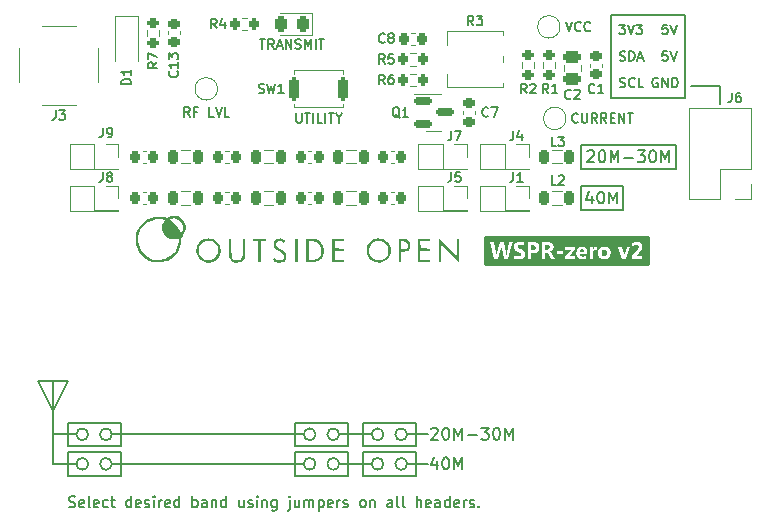
<source format=gbr>
%TF.GenerationSoftware,KiCad,Pcbnew,7.0.9*%
%TF.CreationDate,2024-05-30T14:00:04-07:00*%
%TF.ProjectId,WSPRzero,57535052-7a65-4726-9f2e-6b696361645f,rev?*%
%TF.SameCoordinates,Original*%
%TF.FileFunction,Legend,Top*%
%TF.FilePolarity,Positive*%
%FSLAX46Y46*%
G04 Gerber Fmt 4.6, Leading zero omitted, Abs format (unit mm)*
G04 Created by KiCad (PCBNEW 7.0.9) date 2024-05-30 14:00:04*
%MOMM*%
%LPD*%
G01*
G04 APERTURE LIST*
G04 Aperture macros list*
%AMRoundRect*
0 Rectangle with rounded corners*
0 $1 Rounding radius*
0 $2 $3 $4 $5 $6 $7 $8 $9 X,Y pos of 4 corners*
0 Add a 4 corners polygon primitive as box body*
4,1,4,$2,$3,$4,$5,$6,$7,$8,$9,$2,$3,0*
0 Add four circle primitives for the rounded corners*
1,1,$1+$1,$2,$3*
1,1,$1+$1,$4,$5*
1,1,$1+$1,$6,$7*
1,1,$1+$1,$8,$9*
0 Add four rect primitives between the rounded corners*
20,1,$1+$1,$2,$3,$4,$5,0*
20,1,$1+$1,$4,$5,$6,$7,0*
20,1,$1+$1,$6,$7,$8,$9,0*
20,1,$1+$1,$8,$9,$2,$3,0*%
G04 Aperture macros list end*
%ADD10C,0.150000*%
%ADD11C,0.180000*%
%ADD12C,0.400000*%
%ADD13C,0.300000*%
%ADD14C,0.120000*%
%ADD15RoundRect,0.200000X0.200000X0.800000X-0.200000X0.800000X-0.200000X-0.800000X0.200000X-0.800000X0*%
%ADD16C,5.600000*%
%ADD17RoundRect,0.218750X0.218750X0.381250X-0.218750X0.381250X-0.218750X-0.381250X0.218750X-0.381250X0*%
%ADD18RoundRect,0.200000X0.275000X-0.200000X0.275000X0.200000X-0.275000X0.200000X-0.275000X-0.200000X0*%
%ADD19R,1.350000X1.350000*%
%ADD20O,1.350000X1.350000*%
%ADD21RoundRect,0.225000X-0.250000X0.225000X-0.250000X-0.225000X0.250000X-0.225000X0.250000X0.225000X0*%
%ADD22C,0.787400*%
%ADD23RoundRect,0.225000X0.225000X0.250000X-0.225000X0.250000X-0.225000X-0.250000X0.225000X-0.250000X0*%
%ADD24RoundRect,0.200000X-0.200000X-0.275000X0.200000X-0.275000X0.200000X0.275000X-0.200000X0.275000X0*%
%ADD25C,1.500000*%
%ADD26C,2.050000*%
%ADD27C,2.250000*%
%ADD28RoundRect,0.200000X-0.275000X0.200000X-0.275000X-0.200000X0.275000X-0.200000X0.275000X0.200000X0*%
%ADD29RoundRect,0.225000X0.250000X-0.225000X0.250000X0.225000X-0.250000X0.225000X-0.250000X-0.225000X0*%
%ADD30RoundRect,0.150000X-0.587500X-0.150000X0.587500X-0.150000X0.587500X0.150000X-0.587500X0.150000X0*%
%ADD31R,1.100000X1.100000*%
%ADD32R,2.000000X1.300000*%
%ADD33R,2.000000X2.000000*%
%ADD34RoundRect,0.243750X0.243750X0.456250X-0.243750X0.456250X-0.243750X-0.456250X0.243750X-0.456250X0*%
%ADD35RoundRect,0.200000X0.200000X0.275000X-0.200000X0.275000X-0.200000X-0.275000X0.200000X-0.275000X0*%
%ADD36R,1.700000X1.700000*%
%ADD37O,1.700000X1.700000*%
%ADD38RoundRect,0.250000X-0.475000X0.250000X-0.475000X-0.250000X0.475000X-0.250000X0.475000X0.250000X0*%
G04 APERTURE END LIST*
D10*
X84500000Y-94999999D02*
G75*
G03*
X84500000Y-94999999I-500000J0D01*
G01*
X78750000Y-94999999D02*
G75*
G03*
X78750000Y-94999999I-500000J0D01*
G01*
X82500000Y-94999999D02*
G75*
G03*
X82500000Y-94999999I-500000J0D01*
G01*
X108500000Y-63000000D02*
X111000000Y-63000000D01*
X75000000Y-91499999D02*
X79500000Y-91499999D01*
X79500000Y-93500000D01*
X75000000Y-93500000D01*
X75000000Y-91499999D01*
X82500000Y-92500000D02*
G75*
G03*
X82500000Y-92500000I-500000J0D01*
G01*
X53250000Y-87999999D02*
X54500000Y-90499999D01*
X99250000Y-68000000D02*
X107250000Y-68000000D01*
X107250000Y-70000000D01*
X99250000Y-70000000D01*
X99250000Y-68000000D01*
X55750000Y-91499999D02*
X60250000Y-91499999D01*
X60250000Y-93500000D01*
X55750000Y-93500000D01*
X55750000Y-91499999D01*
X81500000Y-94999999D02*
X80750000Y-94999999D01*
X59500000Y-92500000D02*
X60250000Y-92500000D01*
X76750000Y-94999999D02*
G75*
G03*
X76750000Y-94999999I-500000J0D01*
G01*
X76750000Y-92500000D02*
G75*
G03*
X76750000Y-92500000I-500000J0D01*
G01*
X60250000Y-92500000D02*
X75000000Y-92500002D01*
X78750000Y-92500000D02*
X79500000Y-92500000D01*
X80750000Y-91499999D02*
X85250000Y-91499999D01*
X85250000Y-93500000D01*
X80750000Y-93500000D01*
X80750000Y-91499999D01*
X75000000Y-94000000D02*
X79500000Y-94000000D01*
X79500000Y-95999999D01*
X75000000Y-95999999D01*
X75000000Y-94000000D01*
X56500000Y-92500001D02*
X55750000Y-92500001D01*
X78750000Y-92500001D02*
G75*
G03*
X78750000Y-92500001I-500000J0D01*
G01*
X84500000Y-92500001D02*
G75*
G03*
X84500000Y-92500001I-500000J0D01*
G01*
X75750000Y-94999999D02*
X75000000Y-94999999D01*
X84500000Y-92500000D02*
X85250000Y-92500000D01*
X54500000Y-90499999D02*
X55750000Y-87999999D01*
X54500000Y-90499999D02*
X54500000Y-87999999D01*
X78750000Y-94999999D02*
X79500000Y-94999999D01*
X55750000Y-94999999D02*
X54500000Y-94999999D01*
D11*
X101750000Y-57000000D02*
X108000000Y-57000000D01*
X108000000Y-64000000D01*
X101750000Y-64000000D01*
X101750000Y-57000000D01*
D10*
X59500000Y-94999999D02*
X60250000Y-94999999D01*
X57500000Y-94999999D02*
G75*
G03*
X57500000Y-94999999I-500000J0D01*
G01*
X86250000Y-92500001D02*
X85250001Y-92500000D01*
X84500000Y-94999999D02*
X85250000Y-94999999D01*
X99250000Y-71500000D02*
X102800000Y-71500000D01*
X102800000Y-73500000D01*
X99250000Y-73500000D01*
X99250000Y-71500000D01*
X111000000Y-64500000D02*
X111000000Y-63000000D01*
D12*
X91150000Y-75850000D02*
X104800000Y-75850000D01*
X104800000Y-78000000D01*
X91150000Y-78000000D01*
X91150000Y-75850000D01*
D10*
X75750000Y-92500001D02*
X75000000Y-92500001D01*
X55750000Y-87999999D02*
X53250000Y-87999999D01*
X80750000Y-94000000D02*
X85250000Y-94000000D01*
X85250000Y-95999999D01*
X80750000Y-95999999D01*
X80750000Y-94000000D01*
X56500000Y-94999999D02*
X55750000Y-94999999D01*
X86250000Y-95000000D02*
X85000000Y-95000000D01*
X79500000Y-92500001D02*
X80750001Y-92500001D01*
X59500000Y-94999999D02*
G75*
G03*
X59500000Y-94999999I-500000J0D01*
G01*
X79500000Y-95000000D02*
X80750001Y-94999999D01*
X57500000Y-92500000D02*
G75*
G03*
X57500000Y-92500000I-500000J0D01*
G01*
X55750000Y-94000000D02*
X60250000Y-94000000D01*
X60250000Y-95999999D01*
X55750000Y-95999999D01*
X55750000Y-94000000D01*
X55750000Y-92500001D02*
X54500000Y-92500000D01*
X59500000Y-92500001D02*
G75*
G03*
X59500000Y-92500001I-500000J0D01*
G01*
X75000000Y-95000000D02*
X60250000Y-94999999D01*
X81500000Y-92500001D02*
X80750000Y-92500001D01*
X54500000Y-90499999D02*
X54500000Y-94999999D01*
X105722744Y-62350390D02*
X105646554Y-62312295D01*
X105646554Y-62312295D02*
X105532268Y-62312295D01*
X105532268Y-62312295D02*
X105417982Y-62350390D01*
X105417982Y-62350390D02*
X105341792Y-62426580D01*
X105341792Y-62426580D02*
X105303697Y-62502771D01*
X105303697Y-62502771D02*
X105265601Y-62655152D01*
X105265601Y-62655152D02*
X105265601Y-62769438D01*
X105265601Y-62769438D02*
X105303697Y-62921819D01*
X105303697Y-62921819D02*
X105341792Y-62998009D01*
X105341792Y-62998009D02*
X105417982Y-63074200D01*
X105417982Y-63074200D02*
X105532268Y-63112295D01*
X105532268Y-63112295D02*
X105608459Y-63112295D01*
X105608459Y-63112295D02*
X105722744Y-63074200D01*
X105722744Y-63074200D02*
X105760840Y-63036104D01*
X105760840Y-63036104D02*
X105760840Y-62769438D01*
X105760840Y-62769438D02*
X105608459Y-62769438D01*
X106103697Y-63112295D02*
X106103697Y-62312295D01*
X106103697Y-62312295D02*
X106560840Y-63112295D01*
X106560840Y-63112295D02*
X106560840Y-62312295D01*
X106941792Y-63112295D02*
X106941792Y-62312295D01*
X106941792Y-62312295D02*
X107132268Y-62312295D01*
X107132268Y-62312295D02*
X107246554Y-62350390D01*
X107246554Y-62350390D02*
X107322744Y-62426580D01*
X107322744Y-62426580D02*
X107360839Y-62502771D01*
X107360839Y-62502771D02*
X107398935Y-62655152D01*
X107398935Y-62655152D02*
X107398935Y-62769438D01*
X107398935Y-62769438D02*
X107360839Y-62921819D01*
X107360839Y-62921819D02*
X107322744Y-62998009D01*
X107322744Y-62998009D02*
X107246554Y-63074200D01*
X107246554Y-63074200D02*
X107132268Y-63112295D01*
X107132268Y-63112295D02*
X106941792Y-63112295D01*
X102501064Y-60824200D02*
X102615350Y-60862295D01*
X102615350Y-60862295D02*
X102805826Y-60862295D01*
X102805826Y-60862295D02*
X102882017Y-60824200D01*
X102882017Y-60824200D02*
X102920112Y-60786104D01*
X102920112Y-60786104D02*
X102958207Y-60709914D01*
X102958207Y-60709914D02*
X102958207Y-60633723D01*
X102958207Y-60633723D02*
X102920112Y-60557533D01*
X102920112Y-60557533D02*
X102882017Y-60519438D01*
X102882017Y-60519438D02*
X102805826Y-60481342D01*
X102805826Y-60481342D02*
X102653445Y-60443247D01*
X102653445Y-60443247D02*
X102577255Y-60405152D01*
X102577255Y-60405152D02*
X102539160Y-60367057D01*
X102539160Y-60367057D02*
X102501064Y-60290866D01*
X102501064Y-60290866D02*
X102501064Y-60214676D01*
X102501064Y-60214676D02*
X102539160Y-60138485D01*
X102539160Y-60138485D02*
X102577255Y-60100390D01*
X102577255Y-60100390D02*
X102653445Y-60062295D01*
X102653445Y-60062295D02*
X102843922Y-60062295D01*
X102843922Y-60062295D02*
X102958207Y-60100390D01*
X103301065Y-60862295D02*
X103301065Y-60062295D01*
X103301065Y-60062295D02*
X103491541Y-60062295D01*
X103491541Y-60062295D02*
X103605827Y-60100390D01*
X103605827Y-60100390D02*
X103682017Y-60176580D01*
X103682017Y-60176580D02*
X103720112Y-60252771D01*
X103720112Y-60252771D02*
X103758208Y-60405152D01*
X103758208Y-60405152D02*
X103758208Y-60519438D01*
X103758208Y-60519438D02*
X103720112Y-60671819D01*
X103720112Y-60671819D02*
X103682017Y-60748009D01*
X103682017Y-60748009D02*
X103605827Y-60824200D01*
X103605827Y-60824200D02*
X103491541Y-60862295D01*
X103491541Y-60862295D02*
X103301065Y-60862295D01*
X104062969Y-60633723D02*
X104443922Y-60633723D01*
X103986779Y-60862295D02*
X104253446Y-60062295D01*
X104253446Y-60062295D02*
X104520112Y-60862295D01*
X66109524Y-65612295D02*
X65842857Y-65231342D01*
X65652381Y-65612295D02*
X65652381Y-64812295D01*
X65652381Y-64812295D02*
X65957143Y-64812295D01*
X65957143Y-64812295D02*
X66033333Y-64850390D01*
X66033333Y-64850390D02*
X66071428Y-64888485D01*
X66071428Y-64888485D02*
X66109524Y-64964676D01*
X66109524Y-64964676D02*
X66109524Y-65078961D01*
X66109524Y-65078961D02*
X66071428Y-65155152D01*
X66071428Y-65155152D02*
X66033333Y-65193247D01*
X66033333Y-65193247D02*
X65957143Y-65231342D01*
X65957143Y-65231342D02*
X65652381Y-65231342D01*
X66719047Y-65193247D02*
X66452381Y-65193247D01*
X66452381Y-65612295D02*
X66452381Y-64812295D01*
X66452381Y-64812295D02*
X66833333Y-64812295D01*
X68128571Y-65612295D02*
X67747619Y-65612295D01*
X67747619Y-65612295D02*
X67747619Y-64812295D01*
X68280952Y-64812295D02*
X68547619Y-65612295D01*
X68547619Y-65612295D02*
X68814285Y-64812295D01*
X69461904Y-65612295D02*
X69080952Y-65612295D01*
X69080952Y-65612295D02*
X69080952Y-64812295D01*
X86539160Y-92050058D02*
X86586779Y-92002439D01*
X86586779Y-92002439D02*
X86682017Y-91954820D01*
X86682017Y-91954820D02*
X86920112Y-91954820D01*
X86920112Y-91954820D02*
X87015350Y-92002439D01*
X87015350Y-92002439D02*
X87062969Y-92050058D01*
X87062969Y-92050058D02*
X87110588Y-92145296D01*
X87110588Y-92145296D02*
X87110588Y-92240534D01*
X87110588Y-92240534D02*
X87062969Y-92383391D01*
X87062969Y-92383391D02*
X86491541Y-92954820D01*
X86491541Y-92954820D02*
X87110588Y-92954820D01*
X87729636Y-91954820D02*
X87824874Y-91954820D01*
X87824874Y-91954820D02*
X87920112Y-92002439D01*
X87920112Y-92002439D02*
X87967731Y-92050058D01*
X87967731Y-92050058D02*
X88015350Y-92145296D01*
X88015350Y-92145296D02*
X88062969Y-92335772D01*
X88062969Y-92335772D02*
X88062969Y-92573867D01*
X88062969Y-92573867D02*
X88015350Y-92764343D01*
X88015350Y-92764343D02*
X87967731Y-92859581D01*
X87967731Y-92859581D02*
X87920112Y-92907201D01*
X87920112Y-92907201D02*
X87824874Y-92954820D01*
X87824874Y-92954820D02*
X87729636Y-92954820D01*
X87729636Y-92954820D02*
X87634398Y-92907201D01*
X87634398Y-92907201D02*
X87586779Y-92859581D01*
X87586779Y-92859581D02*
X87539160Y-92764343D01*
X87539160Y-92764343D02*
X87491541Y-92573867D01*
X87491541Y-92573867D02*
X87491541Y-92335772D01*
X87491541Y-92335772D02*
X87539160Y-92145296D01*
X87539160Y-92145296D02*
X87586779Y-92050058D01*
X87586779Y-92050058D02*
X87634398Y-92002439D01*
X87634398Y-92002439D02*
X87729636Y-91954820D01*
X88491541Y-92954820D02*
X88491541Y-91954820D01*
X88491541Y-91954820D02*
X88824874Y-92669105D01*
X88824874Y-92669105D02*
X89158207Y-91954820D01*
X89158207Y-91954820D02*
X89158207Y-92954820D01*
X89634398Y-92573867D02*
X90396303Y-92573867D01*
X90777255Y-91954820D02*
X91396302Y-91954820D01*
X91396302Y-91954820D02*
X91062969Y-92335772D01*
X91062969Y-92335772D02*
X91205826Y-92335772D01*
X91205826Y-92335772D02*
X91301064Y-92383391D01*
X91301064Y-92383391D02*
X91348683Y-92431010D01*
X91348683Y-92431010D02*
X91396302Y-92526248D01*
X91396302Y-92526248D02*
X91396302Y-92764343D01*
X91396302Y-92764343D02*
X91348683Y-92859581D01*
X91348683Y-92859581D02*
X91301064Y-92907201D01*
X91301064Y-92907201D02*
X91205826Y-92954820D01*
X91205826Y-92954820D02*
X90920112Y-92954820D01*
X90920112Y-92954820D02*
X90824874Y-92907201D01*
X90824874Y-92907201D02*
X90777255Y-92859581D01*
X92015350Y-91954820D02*
X92110588Y-91954820D01*
X92110588Y-91954820D02*
X92205826Y-92002439D01*
X92205826Y-92002439D02*
X92253445Y-92050058D01*
X92253445Y-92050058D02*
X92301064Y-92145296D01*
X92301064Y-92145296D02*
X92348683Y-92335772D01*
X92348683Y-92335772D02*
X92348683Y-92573867D01*
X92348683Y-92573867D02*
X92301064Y-92764343D01*
X92301064Y-92764343D02*
X92253445Y-92859581D01*
X92253445Y-92859581D02*
X92205826Y-92907201D01*
X92205826Y-92907201D02*
X92110588Y-92954820D01*
X92110588Y-92954820D02*
X92015350Y-92954820D01*
X92015350Y-92954820D02*
X91920112Y-92907201D01*
X91920112Y-92907201D02*
X91872493Y-92859581D01*
X91872493Y-92859581D02*
X91824874Y-92764343D01*
X91824874Y-92764343D02*
X91777255Y-92573867D01*
X91777255Y-92573867D02*
X91777255Y-92335772D01*
X91777255Y-92335772D02*
X91824874Y-92145296D01*
X91824874Y-92145296D02*
X91872493Y-92050058D01*
X91872493Y-92050058D02*
X91920112Y-92002439D01*
X91920112Y-92002439D02*
X92015350Y-91954820D01*
X92777255Y-92954820D02*
X92777255Y-91954820D01*
X92777255Y-91954820D02*
X93110588Y-92669105D01*
X93110588Y-92669105D02*
X93443921Y-91954820D01*
X93443921Y-91954820D02*
X93443921Y-92954820D01*
X55871426Y-98615699D02*
X55999998Y-98658556D01*
X55999998Y-98658556D02*
X56214283Y-98658556D01*
X56214283Y-98658556D02*
X56299998Y-98615699D01*
X56299998Y-98615699D02*
X56342855Y-98572841D01*
X56342855Y-98572841D02*
X56385712Y-98487127D01*
X56385712Y-98487127D02*
X56385712Y-98401413D01*
X56385712Y-98401413D02*
X56342855Y-98315699D01*
X56342855Y-98315699D02*
X56299998Y-98272841D01*
X56299998Y-98272841D02*
X56214283Y-98229984D01*
X56214283Y-98229984D02*
X56042855Y-98187127D01*
X56042855Y-98187127D02*
X55957140Y-98144270D01*
X55957140Y-98144270D02*
X55914283Y-98101413D01*
X55914283Y-98101413D02*
X55871426Y-98015699D01*
X55871426Y-98015699D02*
X55871426Y-97929984D01*
X55871426Y-97929984D02*
X55914283Y-97844270D01*
X55914283Y-97844270D02*
X55957140Y-97801413D01*
X55957140Y-97801413D02*
X56042855Y-97758556D01*
X56042855Y-97758556D02*
X56257140Y-97758556D01*
X56257140Y-97758556D02*
X56385712Y-97801413D01*
X57114283Y-98615699D02*
X57028569Y-98658556D01*
X57028569Y-98658556D02*
X56857141Y-98658556D01*
X56857141Y-98658556D02*
X56771426Y-98615699D01*
X56771426Y-98615699D02*
X56728569Y-98529984D01*
X56728569Y-98529984D02*
X56728569Y-98187127D01*
X56728569Y-98187127D02*
X56771426Y-98101413D01*
X56771426Y-98101413D02*
X56857141Y-98058556D01*
X56857141Y-98058556D02*
X57028569Y-98058556D01*
X57028569Y-98058556D02*
X57114283Y-98101413D01*
X57114283Y-98101413D02*
X57157141Y-98187127D01*
X57157141Y-98187127D02*
X57157141Y-98272841D01*
X57157141Y-98272841D02*
X56728569Y-98358556D01*
X57671427Y-98658556D02*
X57585712Y-98615699D01*
X57585712Y-98615699D02*
X57542855Y-98529984D01*
X57542855Y-98529984D02*
X57542855Y-97758556D01*
X58357141Y-98615699D02*
X58271427Y-98658556D01*
X58271427Y-98658556D02*
X58099999Y-98658556D01*
X58099999Y-98658556D02*
X58014284Y-98615699D01*
X58014284Y-98615699D02*
X57971427Y-98529984D01*
X57971427Y-98529984D02*
X57971427Y-98187127D01*
X57971427Y-98187127D02*
X58014284Y-98101413D01*
X58014284Y-98101413D02*
X58099999Y-98058556D01*
X58099999Y-98058556D02*
X58271427Y-98058556D01*
X58271427Y-98058556D02*
X58357141Y-98101413D01*
X58357141Y-98101413D02*
X58399999Y-98187127D01*
X58399999Y-98187127D02*
X58399999Y-98272841D01*
X58399999Y-98272841D02*
X57971427Y-98358556D01*
X59171428Y-98615699D02*
X59085713Y-98658556D01*
X59085713Y-98658556D02*
X58914285Y-98658556D01*
X58914285Y-98658556D02*
X58828570Y-98615699D01*
X58828570Y-98615699D02*
X58785713Y-98572841D01*
X58785713Y-98572841D02*
X58742856Y-98487127D01*
X58742856Y-98487127D02*
X58742856Y-98229984D01*
X58742856Y-98229984D02*
X58785713Y-98144270D01*
X58785713Y-98144270D02*
X58828570Y-98101413D01*
X58828570Y-98101413D02*
X58914285Y-98058556D01*
X58914285Y-98058556D02*
X59085713Y-98058556D01*
X59085713Y-98058556D02*
X59171428Y-98101413D01*
X59428571Y-98058556D02*
X59771428Y-98058556D01*
X59557142Y-97758556D02*
X59557142Y-98529984D01*
X59557142Y-98529984D02*
X59599999Y-98615699D01*
X59599999Y-98615699D02*
X59685714Y-98658556D01*
X59685714Y-98658556D02*
X59771428Y-98658556D01*
X61142857Y-98658556D02*
X61142857Y-97758556D01*
X61142857Y-98615699D02*
X61057142Y-98658556D01*
X61057142Y-98658556D02*
X60885714Y-98658556D01*
X60885714Y-98658556D02*
X60799999Y-98615699D01*
X60799999Y-98615699D02*
X60757142Y-98572841D01*
X60757142Y-98572841D02*
X60714285Y-98487127D01*
X60714285Y-98487127D02*
X60714285Y-98229984D01*
X60714285Y-98229984D02*
X60757142Y-98144270D01*
X60757142Y-98144270D02*
X60799999Y-98101413D01*
X60799999Y-98101413D02*
X60885714Y-98058556D01*
X60885714Y-98058556D02*
X61057142Y-98058556D01*
X61057142Y-98058556D02*
X61142857Y-98101413D01*
X61914285Y-98615699D02*
X61828571Y-98658556D01*
X61828571Y-98658556D02*
X61657143Y-98658556D01*
X61657143Y-98658556D02*
X61571428Y-98615699D01*
X61571428Y-98615699D02*
X61528571Y-98529984D01*
X61528571Y-98529984D02*
X61528571Y-98187127D01*
X61528571Y-98187127D02*
X61571428Y-98101413D01*
X61571428Y-98101413D02*
X61657143Y-98058556D01*
X61657143Y-98058556D02*
X61828571Y-98058556D01*
X61828571Y-98058556D02*
X61914285Y-98101413D01*
X61914285Y-98101413D02*
X61957143Y-98187127D01*
X61957143Y-98187127D02*
X61957143Y-98272841D01*
X61957143Y-98272841D02*
X61528571Y-98358556D01*
X62300000Y-98615699D02*
X62385714Y-98658556D01*
X62385714Y-98658556D02*
X62557143Y-98658556D01*
X62557143Y-98658556D02*
X62642857Y-98615699D01*
X62642857Y-98615699D02*
X62685714Y-98529984D01*
X62685714Y-98529984D02*
X62685714Y-98487127D01*
X62685714Y-98487127D02*
X62642857Y-98401413D01*
X62642857Y-98401413D02*
X62557143Y-98358556D01*
X62557143Y-98358556D02*
X62428572Y-98358556D01*
X62428572Y-98358556D02*
X62342857Y-98315699D01*
X62342857Y-98315699D02*
X62300000Y-98229984D01*
X62300000Y-98229984D02*
X62300000Y-98187127D01*
X62300000Y-98187127D02*
X62342857Y-98101413D01*
X62342857Y-98101413D02*
X62428572Y-98058556D01*
X62428572Y-98058556D02*
X62557143Y-98058556D01*
X62557143Y-98058556D02*
X62642857Y-98101413D01*
X63071428Y-98658556D02*
X63071428Y-98058556D01*
X63071428Y-97758556D02*
X63028571Y-97801413D01*
X63028571Y-97801413D02*
X63071428Y-97844270D01*
X63071428Y-97844270D02*
X63114285Y-97801413D01*
X63114285Y-97801413D02*
X63071428Y-97758556D01*
X63071428Y-97758556D02*
X63071428Y-97844270D01*
X63499999Y-98658556D02*
X63499999Y-98058556D01*
X63499999Y-98229984D02*
X63542856Y-98144270D01*
X63542856Y-98144270D02*
X63585714Y-98101413D01*
X63585714Y-98101413D02*
X63671428Y-98058556D01*
X63671428Y-98058556D02*
X63757142Y-98058556D01*
X64399999Y-98615699D02*
X64314285Y-98658556D01*
X64314285Y-98658556D02*
X64142857Y-98658556D01*
X64142857Y-98658556D02*
X64057142Y-98615699D01*
X64057142Y-98615699D02*
X64014285Y-98529984D01*
X64014285Y-98529984D02*
X64014285Y-98187127D01*
X64014285Y-98187127D02*
X64057142Y-98101413D01*
X64057142Y-98101413D02*
X64142857Y-98058556D01*
X64142857Y-98058556D02*
X64314285Y-98058556D01*
X64314285Y-98058556D02*
X64399999Y-98101413D01*
X64399999Y-98101413D02*
X64442857Y-98187127D01*
X64442857Y-98187127D02*
X64442857Y-98272841D01*
X64442857Y-98272841D02*
X64014285Y-98358556D01*
X65214286Y-98658556D02*
X65214286Y-97758556D01*
X65214286Y-98615699D02*
X65128571Y-98658556D01*
X65128571Y-98658556D02*
X64957143Y-98658556D01*
X64957143Y-98658556D02*
X64871428Y-98615699D01*
X64871428Y-98615699D02*
X64828571Y-98572841D01*
X64828571Y-98572841D02*
X64785714Y-98487127D01*
X64785714Y-98487127D02*
X64785714Y-98229984D01*
X64785714Y-98229984D02*
X64828571Y-98144270D01*
X64828571Y-98144270D02*
X64871428Y-98101413D01*
X64871428Y-98101413D02*
X64957143Y-98058556D01*
X64957143Y-98058556D02*
X65128571Y-98058556D01*
X65128571Y-98058556D02*
X65214286Y-98101413D01*
X66328571Y-98658556D02*
X66328571Y-97758556D01*
X66328571Y-98101413D02*
X66414286Y-98058556D01*
X66414286Y-98058556D02*
X66585714Y-98058556D01*
X66585714Y-98058556D02*
X66671428Y-98101413D01*
X66671428Y-98101413D02*
X66714286Y-98144270D01*
X66714286Y-98144270D02*
X66757143Y-98229984D01*
X66757143Y-98229984D02*
X66757143Y-98487127D01*
X66757143Y-98487127D02*
X66714286Y-98572841D01*
X66714286Y-98572841D02*
X66671428Y-98615699D01*
X66671428Y-98615699D02*
X66585714Y-98658556D01*
X66585714Y-98658556D02*
X66414286Y-98658556D01*
X66414286Y-98658556D02*
X66328571Y-98615699D01*
X67528572Y-98658556D02*
X67528572Y-98187127D01*
X67528572Y-98187127D02*
X67485714Y-98101413D01*
X67485714Y-98101413D02*
X67400000Y-98058556D01*
X67400000Y-98058556D02*
X67228572Y-98058556D01*
X67228572Y-98058556D02*
X67142857Y-98101413D01*
X67528572Y-98615699D02*
X67442857Y-98658556D01*
X67442857Y-98658556D02*
X67228572Y-98658556D01*
X67228572Y-98658556D02*
X67142857Y-98615699D01*
X67142857Y-98615699D02*
X67100000Y-98529984D01*
X67100000Y-98529984D02*
X67100000Y-98444270D01*
X67100000Y-98444270D02*
X67142857Y-98358556D01*
X67142857Y-98358556D02*
X67228572Y-98315699D01*
X67228572Y-98315699D02*
X67442857Y-98315699D01*
X67442857Y-98315699D02*
X67528572Y-98272841D01*
X67957143Y-98058556D02*
X67957143Y-98658556D01*
X67957143Y-98144270D02*
X68000000Y-98101413D01*
X68000000Y-98101413D02*
X68085715Y-98058556D01*
X68085715Y-98058556D02*
X68214286Y-98058556D01*
X68214286Y-98058556D02*
X68300000Y-98101413D01*
X68300000Y-98101413D02*
X68342858Y-98187127D01*
X68342858Y-98187127D02*
X68342858Y-98658556D01*
X69157144Y-98658556D02*
X69157144Y-97758556D01*
X69157144Y-98615699D02*
X69071429Y-98658556D01*
X69071429Y-98658556D02*
X68900001Y-98658556D01*
X68900001Y-98658556D02*
X68814286Y-98615699D01*
X68814286Y-98615699D02*
X68771429Y-98572841D01*
X68771429Y-98572841D02*
X68728572Y-98487127D01*
X68728572Y-98487127D02*
X68728572Y-98229984D01*
X68728572Y-98229984D02*
X68771429Y-98144270D01*
X68771429Y-98144270D02*
X68814286Y-98101413D01*
X68814286Y-98101413D02*
X68900001Y-98058556D01*
X68900001Y-98058556D02*
X69071429Y-98058556D01*
X69071429Y-98058556D02*
X69157144Y-98101413D01*
X70657144Y-98058556D02*
X70657144Y-98658556D01*
X70271429Y-98058556D02*
X70271429Y-98529984D01*
X70271429Y-98529984D02*
X70314286Y-98615699D01*
X70314286Y-98615699D02*
X70400001Y-98658556D01*
X70400001Y-98658556D02*
X70528572Y-98658556D01*
X70528572Y-98658556D02*
X70614286Y-98615699D01*
X70614286Y-98615699D02*
X70657144Y-98572841D01*
X71042858Y-98615699D02*
X71128572Y-98658556D01*
X71128572Y-98658556D02*
X71300001Y-98658556D01*
X71300001Y-98658556D02*
X71385715Y-98615699D01*
X71385715Y-98615699D02*
X71428572Y-98529984D01*
X71428572Y-98529984D02*
X71428572Y-98487127D01*
X71428572Y-98487127D02*
X71385715Y-98401413D01*
X71385715Y-98401413D02*
X71300001Y-98358556D01*
X71300001Y-98358556D02*
X71171430Y-98358556D01*
X71171430Y-98358556D02*
X71085715Y-98315699D01*
X71085715Y-98315699D02*
X71042858Y-98229984D01*
X71042858Y-98229984D02*
X71042858Y-98187127D01*
X71042858Y-98187127D02*
X71085715Y-98101413D01*
X71085715Y-98101413D02*
X71171430Y-98058556D01*
X71171430Y-98058556D02*
X71300001Y-98058556D01*
X71300001Y-98058556D02*
X71385715Y-98101413D01*
X71814286Y-98658556D02*
X71814286Y-98058556D01*
X71814286Y-97758556D02*
X71771429Y-97801413D01*
X71771429Y-97801413D02*
X71814286Y-97844270D01*
X71814286Y-97844270D02*
X71857143Y-97801413D01*
X71857143Y-97801413D02*
X71814286Y-97758556D01*
X71814286Y-97758556D02*
X71814286Y-97844270D01*
X72242857Y-98058556D02*
X72242857Y-98658556D01*
X72242857Y-98144270D02*
X72285714Y-98101413D01*
X72285714Y-98101413D02*
X72371429Y-98058556D01*
X72371429Y-98058556D02*
X72500000Y-98058556D01*
X72500000Y-98058556D02*
X72585714Y-98101413D01*
X72585714Y-98101413D02*
X72628572Y-98187127D01*
X72628572Y-98187127D02*
X72628572Y-98658556D01*
X73442858Y-98058556D02*
X73442858Y-98787127D01*
X73442858Y-98787127D02*
X73400000Y-98872841D01*
X73400000Y-98872841D02*
X73357143Y-98915699D01*
X73357143Y-98915699D02*
X73271429Y-98958556D01*
X73271429Y-98958556D02*
X73142858Y-98958556D01*
X73142858Y-98958556D02*
X73057143Y-98915699D01*
X73442858Y-98615699D02*
X73357143Y-98658556D01*
X73357143Y-98658556D02*
X73185715Y-98658556D01*
X73185715Y-98658556D02*
X73100000Y-98615699D01*
X73100000Y-98615699D02*
X73057143Y-98572841D01*
X73057143Y-98572841D02*
X73014286Y-98487127D01*
X73014286Y-98487127D02*
X73014286Y-98229984D01*
X73014286Y-98229984D02*
X73057143Y-98144270D01*
X73057143Y-98144270D02*
X73100000Y-98101413D01*
X73100000Y-98101413D02*
X73185715Y-98058556D01*
X73185715Y-98058556D02*
X73357143Y-98058556D01*
X73357143Y-98058556D02*
X73442858Y-98101413D01*
X74557143Y-98058556D02*
X74557143Y-98829984D01*
X74557143Y-98829984D02*
X74514286Y-98915699D01*
X74514286Y-98915699D02*
X74428572Y-98958556D01*
X74428572Y-98958556D02*
X74385715Y-98958556D01*
X74557143Y-97758556D02*
X74514286Y-97801413D01*
X74514286Y-97801413D02*
X74557143Y-97844270D01*
X74557143Y-97844270D02*
X74600000Y-97801413D01*
X74600000Y-97801413D02*
X74557143Y-97758556D01*
X74557143Y-97758556D02*
X74557143Y-97844270D01*
X75371429Y-98058556D02*
X75371429Y-98658556D01*
X74985714Y-98058556D02*
X74985714Y-98529984D01*
X74985714Y-98529984D02*
X75028571Y-98615699D01*
X75028571Y-98615699D02*
X75114286Y-98658556D01*
X75114286Y-98658556D02*
X75242857Y-98658556D01*
X75242857Y-98658556D02*
X75328571Y-98615699D01*
X75328571Y-98615699D02*
X75371429Y-98572841D01*
X75800000Y-98658556D02*
X75800000Y-98058556D01*
X75800000Y-98144270D02*
X75842857Y-98101413D01*
X75842857Y-98101413D02*
X75928572Y-98058556D01*
X75928572Y-98058556D02*
X76057143Y-98058556D01*
X76057143Y-98058556D02*
X76142857Y-98101413D01*
X76142857Y-98101413D02*
X76185715Y-98187127D01*
X76185715Y-98187127D02*
X76185715Y-98658556D01*
X76185715Y-98187127D02*
X76228572Y-98101413D01*
X76228572Y-98101413D02*
X76314286Y-98058556D01*
X76314286Y-98058556D02*
X76442857Y-98058556D01*
X76442857Y-98058556D02*
X76528572Y-98101413D01*
X76528572Y-98101413D02*
X76571429Y-98187127D01*
X76571429Y-98187127D02*
X76571429Y-98658556D01*
X77000000Y-98058556D02*
X77000000Y-98958556D01*
X77000000Y-98101413D02*
X77085715Y-98058556D01*
X77085715Y-98058556D02*
X77257143Y-98058556D01*
X77257143Y-98058556D02*
X77342857Y-98101413D01*
X77342857Y-98101413D02*
X77385715Y-98144270D01*
X77385715Y-98144270D02*
X77428572Y-98229984D01*
X77428572Y-98229984D02*
X77428572Y-98487127D01*
X77428572Y-98487127D02*
X77385715Y-98572841D01*
X77385715Y-98572841D02*
X77342857Y-98615699D01*
X77342857Y-98615699D02*
X77257143Y-98658556D01*
X77257143Y-98658556D02*
X77085715Y-98658556D01*
X77085715Y-98658556D02*
X77000000Y-98615699D01*
X78157143Y-98615699D02*
X78071429Y-98658556D01*
X78071429Y-98658556D02*
X77900001Y-98658556D01*
X77900001Y-98658556D02*
X77814286Y-98615699D01*
X77814286Y-98615699D02*
X77771429Y-98529984D01*
X77771429Y-98529984D02*
X77771429Y-98187127D01*
X77771429Y-98187127D02*
X77814286Y-98101413D01*
X77814286Y-98101413D02*
X77900001Y-98058556D01*
X77900001Y-98058556D02*
X78071429Y-98058556D01*
X78071429Y-98058556D02*
X78157143Y-98101413D01*
X78157143Y-98101413D02*
X78200001Y-98187127D01*
X78200001Y-98187127D02*
X78200001Y-98272841D01*
X78200001Y-98272841D02*
X77771429Y-98358556D01*
X78585715Y-98658556D02*
X78585715Y-98058556D01*
X78585715Y-98229984D02*
X78628572Y-98144270D01*
X78628572Y-98144270D02*
X78671430Y-98101413D01*
X78671430Y-98101413D02*
X78757144Y-98058556D01*
X78757144Y-98058556D02*
X78842858Y-98058556D01*
X79100001Y-98615699D02*
X79185715Y-98658556D01*
X79185715Y-98658556D02*
X79357144Y-98658556D01*
X79357144Y-98658556D02*
X79442858Y-98615699D01*
X79442858Y-98615699D02*
X79485715Y-98529984D01*
X79485715Y-98529984D02*
X79485715Y-98487127D01*
X79485715Y-98487127D02*
X79442858Y-98401413D01*
X79442858Y-98401413D02*
X79357144Y-98358556D01*
X79357144Y-98358556D02*
X79228573Y-98358556D01*
X79228573Y-98358556D02*
X79142858Y-98315699D01*
X79142858Y-98315699D02*
X79100001Y-98229984D01*
X79100001Y-98229984D02*
X79100001Y-98187127D01*
X79100001Y-98187127D02*
X79142858Y-98101413D01*
X79142858Y-98101413D02*
X79228573Y-98058556D01*
X79228573Y-98058556D02*
X79357144Y-98058556D01*
X79357144Y-98058556D02*
X79442858Y-98101413D01*
X80685715Y-98658556D02*
X80600000Y-98615699D01*
X80600000Y-98615699D02*
X80557143Y-98572841D01*
X80557143Y-98572841D02*
X80514286Y-98487127D01*
X80514286Y-98487127D02*
X80514286Y-98229984D01*
X80514286Y-98229984D02*
X80557143Y-98144270D01*
X80557143Y-98144270D02*
X80600000Y-98101413D01*
X80600000Y-98101413D02*
X80685715Y-98058556D01*
X80685715Y-98058556D02*
X80814286Y-98058556D01*
X80814286Y-98058556D02*
X80900000Y-98101413D01*
X80900000Y-98101413D02*
X80942858Y-98144270D01*
X80942858Y-98144270D02*
X80985715Y-98229984D01*
X80985715Y-98229984D02*
X80985715Y-98487127D01*
X80985715Y-98487127D02*
X80942858Y-98572841D01*
X80942858Y-98572841D02*
X80900000Y-98615699D01*
X80900000Y-98615699D02*
X80814286Y-98658556D01*
X80814286Y-98658556D02*
X80685715Y-98658556D01*
X81371429Y-98058556D02*
X81371429Y-98658556D01*
X81371429Y-98144270D02*
X81414286Y-98101413D01*
X81414286Y-98101413D02*
X81500001Y-98058556D01*
X81500001Y-98058556D02*
X81628572Y-98058556D01*
X81628572Y-98058556D02*
X81714286Y-98101413D01*
X81714286Y-98101413D02*
X81757144Y-98187127D01*
X81757144Y-98187127D02*
X81757144Y-98658556D01*
X83257144Y-98658556D02*
X83257144Y-98187127D01*
X83257144Y-98187127D02*
X83214286Y-98101413D01*
X83214286Y-98101413D02*
X83128572Y-98058556D01*
X83128572Y-98058556D02*
X82957144Y-98058556D01*
X82957144Y-98058556D02*
X82871429Y-98101413D01*
X83257144Y-98615699D02*
X83171429Y-98658556D01*
X83171429Y-98658556D02*
X82957144Y-98658556D01*
X82957144Y-98658556D02*
X82871429Y-98615699D01*
X82871429Y-98615699D02*
X82828572Y-98529984D01*
X82828572Y-98529984D02*
X82828572Y-98444270D01*
X82828572Y-98444270D02*
X82871429Y-98358556D01*
X82871429Y-98358556D02*
X82957144Y-98315699D01*
X82957144Y-98315699D02*
X83171429Y-98315699D01*
X83171429Y-98315699D02*
X83257144Y-98272841D01*
X83814287Y-98658556D02*
X83728572Y-98615699D01*
X83728572Y-98615699D02*
X83685715Y-98529984D01*
X83685715Y-98529984D02*
X83685715Y-97758556D01*
X84285716Y-98658556D02*
X84200001Y-98615699D01*
X84200001Y-98615699D02*
X84157144Y-98529984D01*
X84157144Y-98529984D02*
X84157144Y-97758556D01*
X85314287Y-98658556D02*
X85314287Y-97758556D01*
X85700002Y-98658556D02*
X85700002Y-98187127D01*
X85700002Y-98187127D02*
X85657144Y-98101413D01*
X85657144Y-98101413D02*
X85571430Y-98058556D01*
X85571430Y-98058556D02*
X85442859Y-98058556D01*
X85442859Y-98058556D02*
X85357144Y-98101413D01*
X85357144Y-98101413D02*
X85314287Y-98144270D01*
X86471430Y-98615699D02*
X86385716Y-98658556D01*
X86385716Y-98658556D02*
X86214288Y-98658556D01*
X86214288Y-98658556D02*
X86128573Y-98615699D01*
X86128573Y-98615699D02*
X86085716Y-98529984D01*
X86085716Y-98529984D02*
X86085716Y-98187127D01*
X86085716Y-98187127D02*
X86128573Y-98101413D01*
X86128573Y-98101413D02*
X86214288Y-98058556D01*
X86214288Y-98058556D02*
X86385716Y-98058556D01*
X86385716Y-98058556D02*
X86471430Y-98101413D01*
X86471430Y-98101413D02*
X86514288Y-98187127D01*
X86514288Y-98187127D02*
X86514288Y-98272841D01*
X86514288Y-98272841D02*
X86085716Y-98358556D01*
X87285717Y-98658556D02*
X87285717Y-98187127D01*
X87285717Y-98187127D02*
X87242859Y-98101413D01*
X87242859Y-98101413D02*
X87157145Y-98058556D01*
X87157145Y-98058556D02*
X86985717Y-98058556D01*
X86985717Y-98058556D02*
X86900002Y-98101413D01*
X87285717Y-98615699D02*
X87200002Y-98658556D01*
X87200002Y-98658556D02*
X86985717Y-98658556D01*
X86985717Y-98658556D02*
X86900002Y-98615699D01*
X86900002Y-98615699D02*
X86857145Y-98529984D01*
X86857145Y-98529984D02*
X86857145Y-98444270D01*
X86857145Y-98444270D02*
X86900002Y-98358556D01*
X86900002Y-98358556D02*
X86985717Y-98315699D01*
X86985717Y-98315699D02*
X87200002Y-98315699D01*
X87200002Y-98315699D02*
X87285717Y-98272841D01*
X88100003Y-98658556D02*
X88100003Y-97758556D01*
X88100003Y-98615699D02*
X88014288Y-98658556D01*
X88014288Y-98658556D02*
X87842860Y-98658556D01*
X87842860Y-98658556D02*
X87757145Y-98615699D01*
X87757145Y-98615699D02*
X87714288Y-98572841D01*
X87714288Y-98572841D02*
X87671431Y-98487127D01*
X87671431Y-98487127D02*
X87671431Y-98229984D01*
X87671431Y-98229984D02*
X87714288Y-98144270D01*
X87714288Y-98144270D02*
X87757145Y-98101413D01*
X87757145Y-98101413D02*
X87842860Y-98058556D01*
X87842860Y-98058556D02*
X88014288Y-98058556D01*
X88014288Y-98058556D02*
X88100003Y-98101413D01*
X88871431Y-98615699D02*
X88785717Y-98658556D01*
X88785717Y-98658556D02*
X88614289Y-98658556D01*
X88614289Y-98658556D02*
X88528574Y-98615699D01*
X88528574Y-98615699D02*
X88485717Y-98529984D01*
X88485717Y-98529984D02*
X88485717Y-98187127D01*
X88485717Y-98187127D02*
X88528574Y-98101413D01*
X88528574Y-98101413D02*
X88614289Y-98058556D01*
X88614289Y-98058556D02*
X88785717Y-98058556D01*
X88785717Y-98058556D02*
X88871431Y-98101413D01*
X88871431Y-98101413D02*
X88914289Y-98187127D01*
X88914289Y-98187127D02*
X88914289Y-98272841D01*
X88914289Y-98272841D02*
X88485717Y-98358556D01*
X89300003Y-98658556D02*
X89300003Y-98058556D01*
X89300003Y-98229984D02*
X89342860Y-98144270D01*
X89342860Y-98144270D02*
X89385718Y-98101413D01*
X89385718Y-98101413D02*
X89471432Y-98058556D01*
X89471432Y-98058556D02*
X89557146Y-98058556D01*
X89814289Y-98615699D02*
X89900003Y-98658556D01*
X89900003Y-98658556D02*
X90071432Y-98658556D01*
X90071432Y-98658556D02*
X90157146Y-98615699D01*
X90157146Y-98615699D02*
X90200003Y-98529984D01*
X90200003Y-98529984D02*
X90200003Y-98487127D01*
X90200003Y-98487127D02*
X90157146Y-98401413D01*
X90157146Y-98401413D02*
X90071432Y-98358556D01*
X90071432Y-98358556D02*
X89942861Y-98358556D01*
X89942861Y-98358556D02*
X89857146Y-98315699D01*
X89857146Y-98315699D02*
X89814289Y-98229984D01*
X89814289Y-98229984D02*
X89814289Y-98187127D01*
X89814289Y-98187127D02*
X89857146Y-98101413D01*
X89857146Y-98101413D02*
X89942861Y-98058556D01*
X89942861Y-98058556D02*
X90071432Y-98058556D01*
X90071432Y-98058556D02*
X90157146Y-98101413D01*
X90585717Y-98572841D02*
X90628574Y-98615699D01*
X90628574Y-98615699D02*
X90585717Y-98658556D01*
X90585717Y-98658556D02*
X90542860Y-98615699D01*
X90542860Y-98615699D02*
X90585717Y-98572841D01*
X90585717Y-98572841D02*
X90585717Y-98658556D01*
D13*
G36*
X99337555Y-76814003D02*
G01*
X99356962Y-76816659D01*
X99375030Y-76821086D01*
X99391759Y-76827283D01*
X99407151Y-76835252D01*
X99421204Y-76844991D01*
X99433918Y-76856501D01*
X99445294Y-76869782D01*
X99455332Y-76884833D01*
X99464032Y-76901655D01*
X99471393Y-76920248D01*
X99477415Y-76940612D01*
X99482100Y-76962747D01*
X99485446Y-76986652D01*
X99487453Y-77012328D01*
X99488122Y-77039775D01*
X99125324Y-77039775D01*
X99126940Y-77027814D01*
X99129976Y-77010339D01*
X99133744Y-76993425D01*
X99138246Y-76977071D01*
X99143482Y-76961277D01*
X99149450Y-76946044D01*
X99156152Y-76931371D01*
X99163587Y-76917258D01*
X99171756Y-76903706D01*
X99180658Y-76890713D01*
X99190293Y-76878281D01*
X99200469Y-76866636D01*
X99210993Y-76856136D01*
X99221867Y-76846781D01*
X99233089Y-76838572D01*
X99248593Y-76829408D01*
X99264718Y-76822281D01*
X99281462Y-76817190D01*
X99298827Y-76814135D01*
X99316810Y-76813117D01*
X99337555Y-76814003D01*
G37*
G36*
X101228250Y-76859525D02*
G01*
X101253195Y-76862754D01*
X101276420Y-76868135D01*
X101297925Y-76875669D01*
X101317710Y-76885356D01*
X101335774Y-76897195D01*
X101352117Y-76911187D01*
X101366741Y-76927331D01*
X101379644Y-76945628D01*
X101390826Y-76966078D01*
X101400288Y-76988680D01*
X101408030Y-77013435D01*
X101414051Y-77040342D01*
X101416417Y-77054603D01*
X101418352Y-77069402D01*
X101419858Y-77084739D01*
X101420933Y-77100614D01*
X101421578Y-77117028D01*
X101421793Y-77133979D01*
X101421580Y-77151889D01*
X101420939Y-77169231D01*
X101419873Y-77186004D01*
X101418379Y-77202209D01*
X101416459Y-77217845D01*
X101414111Y-77232912D01*
X101411337Y-77247411D01*
X101408137Y-77261341D01*
X101400455Y-77287496D01*
X101391066Y-77311376D01*
X101379971Y-77332982D01*
X101367168Y-77352314D01*
X101352658Y-77369371D01*
X101336442Y-77384154D01*
X101318518Y-77396663D01*
X101298887Y-77406898D01*
X101277549Y-77414858D01*
X101254504Y-77420543D01*
X101229752Y-77423955D01*
X101203293Y-77425092D01*
X101189219Y-77424815D01*
X101162412Y-77422602D01*
X101137391Y-77418175D01*
X101114158Y-77411535D01*
X101092712Y-77402681D01*
X101073053Y-77391614D01*
X101055182Y-77378333D01*
X101039097Y-77362839D01*
X101024800Y-77345131D01*
X101012289Y-77325210D01*
X101001566Y-77303076D01*
X100992631Y-77278728D01*
X100985482Y-77252166D01*
X100982578Y-77238056D01*
X100980120Y-77223391D01*
X100978110Y-77208174D01*
X100976546Y-77192403D01*
X100975429Y-77176079D01*
X100974759Y-77159201D01*
X100974535Y-77141770D01*
X100974594Y-77133375D01*
X100975058Y-77116943D01*
X100975988Y-77100989D01*
X100977383Y-77085515D01*
X100979242Y-77070518D01*
X100981566Y-77056001D01*
X100985924Y-77035122D01*
X100991327Y-77015320D01*
X100997777Y-76996596D01*
X101005272Y-76978948D01*
X101013813Y-76962377D01*
X101023400Y-76946883D01*
X101034033Y-76932467D01*
X101041700Y-76923503D01*
X101053902Y-76911143D01*
X101066945Y-76900084D01*
X101080829Y-76890326D01*
X101095556Y-76881868D01*
X101111123Y-76874712D01*
X101127532Y-76868857D01*
X101144783Y-76864304D01*
X101162875Y-76861051D01*
X101181809Y-76859099D01*
X101201584Y-76858449D01*
X101228250Y-76859525D01*
G37*
G36*
X95150158Y-76473350D02*
G01*
X95164946Y-76474007D01*
X95179249Y-76475102D01*
X95193068Y-76476634D01*
X95219250Y-76481012D01*
X95243493Y-76487142D01*
X95265797Y-76495024D01*
X95286161Y-76504656D01*
X95304585Y-76516040D01*
X95321071Y-76529176D01*
X95335617Y-76544063D01*
X95348223Y-76560701D01*
X95358890Y-76579090D01*
X95367617Y-76599232D01*
X95374405Y-76621124D01*
X95379254Y-76644768D01*
X95382163Y-76670163D01*
X95383133Y-76697310D01*
X95382163Y-76725057D01*
X95379254Y-76751013D01*
X95374405Y-76775180D01*
X95367617Y-76797557D01*
X95358890Y-76818143D01*
X95348223Y-76836940D01*
X95335617Y-76853946D01*
X95321071Y-76869162D01*
X95304585Y-76882588D01*
X95286161Y-76894224D01*
X95265797Y-76904069D01*
X95243493Y-76912125D01*
X95219250Y-76918390D01*
X95193068Y-76922866D01*
X95179249Y-76924432D01*
X95164946Y-76925551D01*
X95150158Y-76926222D01*
X95134884Y-76926446D01*
X95012812Y-76926446D01*
X95012812Y-76473131D01*
X95134884Y-76473131D01*
X95150158Y-76473350D01*
G37*
G36*
X96382846Y-76473841D02*
G01*
X96407366Y-76475970D01*
X96430194Y-76479518D01*
X96451332Y-76484486D01*
X96470778Y-76490873D01*
X96488534Y-76498680D01*
X96504598Y-76507906D01*
X96518972Y-76518551D01*
X96531654Y-76530616D01*
X96542646Y-76544100D01*
X96551946Y-76559003D01*
X96559556Y-76575326D01*
X96565474Y-76593068D01*
X96569702Y-76612230D01*
X96572238Y-76632811D01*
X96573084Y-76654811D01*
X96572844Y-76665548D01*
X96571581Y-76681243D01*
X96569237Y-76696446D01*
X96565811Y-76711158D01*
X96561303Y-76725377D01*
X96555713Y-76739105D01*
X96549041Y-76752341D01*
X96541288Y-76765086D01*
X96532452Y-76777338D01*
X96522534Y-76789099D01*
X96511535Y-76800368D01*
X96503816Y-76807401D01*
X96491661Y-76817100D01*
X96478815Y-76825778D01*
X96465278Y-76833435D01*
X96451050Y-76840072D01*
X96436131Y-76845687D01*
X96420520Y-76850281D01*
X96404218Y-76853854D01*
X96387225Y-76856407D01*
X96369541Y-76857938D01*
X96351165Y-76858449D01*
X96216441Y-76858449D01*
X96216441Y-76473131D01*
X96356636Y-76473131D01*
X96382846Y-76473841D01*
G37*
G36*
X104629801Y-77881558D02*
G01*
X91286764Y-77881558D01*
X91286764Y-76223808D01*
X91493907Y-76223808D01*
X91856364Y-77651750D01*
X92215059Y-77651750D01*
X92449972Y-76735558D01*
X92452922Y-76723499D01*
X92456659Y-76706473D01*
X92460172Y-76688361D01*
X92462659Y-76674066D01*
X92465021Y-76659160D01*
X92467256Y-76643644D01*
X92469364Y-76627519D01*
X92471347Y-76610783D01*
X92473203Y-76593437D01*
X92474933Y-76575481D01*
X92478695Y-76575481D01*
X92478944Y-76580998D01*
X92479865Y-76597350D01*
X92481044Y-76613403D01*
X92482481Y-76629157D01*
X92484177Y-76644613D01*
X92486132Y-76659769D01*
X92488345Y-76674627D01*
X92490816Y-76689186D01*
X92493546Y-76703446D01*
X92496534Y-76717408D01*
X92500921Y-76735558D01*
X92729679Y-77651750D01*
X93074012Y-77651750D01*
X93336273Y-76624354D01*
X93534605Y-76624354D01*
X93534915Y-76641944D01*
X93535845Y-76659210D01*
X93537394Y-76676153D01*
X93539563Y-76692772D01*
X93542352Y-76709067D01*
X93545761Y-76725039D01*
X93549790Y-76740686D01*
X93554438Y-76756010D01*
X93559706Y-76771011D01*
X93565594Y-76785687D01*
X93572101Y-76800040D01*
X93579228Y-76814069D01*
X93586976Y-76827774D01*
X93595342Y-76841156D01*
X93604329Y-76854214D01*
X93613935Y-76866948D01*
X93624172Y-76879356D01*
X93635050Y-76891523D01*
X93646569Y-76903450D01*
X93658729Y-76915135D01*
X93671531Y-76926580D01*
X93684973Y-76937784D01*
X93699057Y-76948748D01*
X93713782Y-76959471D01*
X93729148Y-76969953D01*
X93745155Y-76980194D01*
X93761803Y-76990195D01*
X93779092Y-76999955D01*
X93797023Y-77009474D01*
X93815594Y-77018752D01*
X93834807Y-77027790D01*
X93854661Y-77036587D01*
X93870422Y-77043300D01*
X93885906Y-77049979D01*
X93901112Y-77056625D01*
X93916039Y-77063237D01*
X93930689Y-77069817D01*
X93945061Y-77076363D01*
X93959156Y-77082876D01*
X93972972Y-77089356D01*
X93986495Y-77095852D01*
X93999537Y-77102415D01*
X94012098Y-77109045D01*
X94027123Y-77117425D01*
X94041396Y-77125908D01*
X94054919Y-77134496D01*
X94067690Y-77143187D01*
X94077424Y-77150176D01*
X94088841Y-77159146D01*
X94099423Y-77168375D01*
X94111020Y-77179792D01*
X94121414Y-77191583D01*
X94130607Y-77203747D01*
X94133422Y-77207856D01*
X94140779Y-77220614D01*
X94146502Y-77234019D01*
X94150589Y-77248071D01*
X94153041Y-77262771D01*
X94153859Y-77278119D01*
X94152961Y-77293591D01*
X94150268Y-77308488D01*
X94145780Y-77322809D01*
X94139497Y-77336554D01*
X94137643Y-77339848D01*
X94129052Y-77352498D01*
X94118580Y-77364307D01*
X94107874Y-77373949D01*
X94095729Y-77382948D01*
X94090089Y-77386592D01*
X94078051Y-77393431D01*
X94065004Y-77399673D01*
X94050947Y-77405318D01*
X94035881Y-77410364D01*
X94022554Y-77414113D01*
X94011382Y-77416687D01*
X93996771Y-77419421D01*
X93981442Y-77421618D01*
X93965395Y-77423280D01*
X93948630Y-77424406D01*
X93934702Y-77424921D01*
X93920314Y-77425092D01*
X93907798Y-77424959D01*
X93889055Y-77424262D01*
X93870348Y-77422967D01*
X93851676Y-77421075D01*
X93833041Y-77418585D01*
X93814442Y-77415497D01*
X93795879Y-77411811D01*
X93777353Y-77407528D01*
X93758862Y-77402648D01*
X93740407Y-77397169D01*
X93721988Y-77391094D01*
X93709819Y-77386711D01*
X93691770Y-77379639D01*
X93673967Y-77371969D01*
X93656411Y-77363702D01*
X93639101Y-77354837D01*
X93622038Y-77345375D01*
X93605221Y-77335315D01*
X93588651Y-77324657D01*
X93572327Y-77313401D01*
X93556249Y-77301548D01*
X93540418Y-77289098D01*
X93540418Y-77597210D01*
X93549886Y-77601959D01*
X93564488Y-77608798D01*
X93579570Y-77615294D01*
X93595134Y-77621448D01*
X93611178Y-77627259D01*
X93627704Y-77632728D01*
X93644710Y-77637855D01*
X93662197Y-77642639D01*
X93680165Y-77647081D01*
X93698614Y-77651180D01*
X93717543Y-77654937D01*
X93730409Y-77657296D01*
X93749867Y-77660548D01*
X93769518Y-77663459D01*
X93789361Y-77666027D01*
X93809397Y-77668252D01*
X93829625Y-77670135D01*
X93850045Y-77671676D01*
X93863765Y-77672513D01*
X93877571Y-77673198D01*
X93891462Y-77673730D01*
X93905439Y-77674111D01*
X93919501Y-77674339D01*
X93933649Y-77674415D01*
X93947412Y-77674329D01*
X93967897Y-77673879D01*
X93988189Y-77673043D01*
X94008288Y-77671821D01*
X94028196Y-77670212D01*
X94047911Y-77668218D01*
X94067433Y-77665838D01*
X94086764Y-77663072D01*
X94105902Y-77659920D01*
X94124847Y-77656382D01*
X94143600Y-77652458D01*
X94155942Y-77649645D01*
X94174094Y-77645006D01*
X94191814Y-77639863D01*
X94209101Y-77634216D01*
X94225954Y-77628064D01*
X94242376Y-77621408D01*
X94258364Y-77614248D01*
X94273920Y-77606584D01*
X94289042Y-77598415D01*
X94303732Y-77589742D01*
X94317990Y-77580565D01*
X94327270Y-77574160D01*
X94340730Y-77564106D01*
X94353637Y-77553517D01*
X94365991Y-77542392D01*
X94377792Y-77530732D01*
X94389040Y-77518536D01*
X94399735Y-77505806D01*
X94409877Y-77492539D01*
X94419466Y-77478738D01*
X94428502Y-77464401D01*
X94436985Y-77449529D01*
X94442285Y-77439242D01*
X94449594Y-77423251D01*
X94456134Y-77406588D01*
X94461904Y-77389252D01*
X94466905Y-77371244D01*
X94471136Y-77352564D01*
X94474598Y-77333212D01*
X94477291Y-77313187D01*
X94479214Y-77292490D01*
X94480069Y-77278318D01*
X94480582Y-77263848D01*
X94480753Y-77249079D01*
X94480729Y-77243699D01*
X94480363Y-77227813D01*
X94479559Y-77212307D01*
X94478316Y-77197180D01*
X94476634Y-77182433D01*
X94474513Y-77168066D01*
X94471003Y-77149501D01*
X94466712Y-77131611D01*
X94461642Y-77114396D01*
X94455792Y-77097856D01*
X94449204Y-77081791D01*
X94441922Y-77066181D01*
X94433945Y-77051024D01*
X94425273Y-77036322D01*
X94415908Y-77022073D01*
X94405847Y-77008277D01*
X94395092Y-76994936D01*
X94383642Y-76982048D01*
X94371551Y-76969470D01*
X94358873Y-76957235D01*
X94345607Y-76945343D01*
X94331753Y-76933795D01*
X94317311Y-76922589D01*
X94306094Y-76914410D01*
X94294547Y-76906424D01*
X94282669Y-76898631D01*
X94270460Y-76891031D01*
X94262187Y-76886002D01*
X94249526Y-76878526D01*
X94236565Y-76871132D01*
X94223304Y-76863818D01*
X94209742Y-76856585D01*
X94195879Y-76849433D01*
X94181716Y-76842362D01*
X94167252Y-76835372D01*
X94152488Y-76828463D01*
X94137423Y-76821635D01*
X94122058Y-76814888D01*
X94110818Y-76810056D01*
X94096168Y-76803662D01*
X94081903Y-76797323D01*
X94068022Y-76791040D01*
X94054526Y-76784812D01*
X94041415Y-76778639D01*
X94028689Y-76772522D01*
X94013321Y-76764953D01*
X94010343Y-76763425D01*
X93995862Y-76755764D01*
X93982066Y-76748069D01*
X93968955Y-76740339D01*
X93956527Y-76732575D01*
X93944785Y-76724776D01*
X93931598Y-76715371D01*
X93919560Y-76705710D01*
X93908581Y-76695849D01*
X93898659Y-76685789D01*
X93888421Y-76673800D01*
X93879623Y-76661540D01*
X93875375Y-76654341D01*
X93869305Y-76641183D01*
X93864969Y-76627313D01*
X93862367Y-76612732D01*
X93861500Y-76597439D01*
X93861516Y-76595364D01*
X93862526Y-76581192D01*
X93865603Y-76565742D01*
X93870732Y-76551089D01*
X93877913Y-76537233D01*
X93881108Y-76532255D01*
X93890773Y-76519649D01*
X93900597Y-76509418D01*
X93911698Y-76499933D01*
X93924075Y-76491193D01*
X93925947Y-76489984D01*
X93939783Y-76482007D01*
X93952658Y-76475844D01*
X93966470Y-76470304D01*
X93981220Y-76465386D01*
X93996908Y-76461090D01*
X94002374Y-76459803D01*
X94016365Y-76456950D01*
X94030824Y-76454616D01*
X94045751Y-76452800D01*
X94061145Y-76451503D01*
X94077006Y-76450725D01*
X94093335Y-76450465D01*
X94098140Y-76450488D01*
X94112762Y-76450820D01*
X94127696Y-76451550D01*
X94142943Y-76452679D01*
X94158503Y-76454206D01*
X94174375Y-76456132D01*
X94190532Y-76458336D01*
X94206688Y-76460963D01*
X94220152Y-76463475D01*
X94233616Y-76466282D01*
X94247080Y-76469383D01*
X94260544Y-76472777D01*
X94265961Y-76474217D01*
X94279412Y-76478023D01*
X94292729Y-76482123D01*
X94305912Y-76486517D01*
X94318962Y-76491205D01*
X94331878Y-76496187D01*
X94344661Y-76501463D01*
X94349765Y-76503610D01*
X94364771Y-76510317D01*
X94379321Y-76517422D01*
X94393414Y-76524926D01*
X94407050Y-76532828D01*
X94420230Y-76541128D01*
X94420230Y-76253911D01*
X94411416Y-76250602D01*
X94397999Y-76245846D01*
X94384348Y-76241339D01*
X94370462Y-76237081D01*
X94356342Y-76233071D01*
X94341987Y-76229311D01*
X94327398Y-76225800D01*
X94318346Y-76223808D01*
X94701988Y-76223808D01*
X94701988Y-76473131D01*
X94701988Y-77651750D01*
X95012812Y-77651750D01*
X95012812Y-77175769D01*
X95160872Y-77175769D01*
X95176396Y-77175637D01*
X95191724Y-77175241D01*
X95206855Y-77174580D01*
X95221791Y-77173655D01*
X95236529Y-77172466D01*
X95251072Y-77171013D01*
X95265418Y-77169295D01*
X95279568Y-77167314D01*
X95293521Y-77165068D01*
X95307278Y-77162558D01*
X95320839Y-77159783D01*
X95334203Y-77156744D01*
X95360343Y-77149874D01*
X95385697Y-77141948D01*
X95410266Y-77132964D01*
X95434050Y-77122923D01*
X95457048Y-77111825D01*
X95479261Y-77099671D01*
X95500688Y-77086459D01*
X95521330Y-77072191D01*
X95541187Y-77056865D01*
X95560258Y-77040483D01*
X95578394Y-77023247D01*
X95595360Y-77005361D01*
X95611156Y-76986825D01*
X95625782Y-76967638D01*
X95639238Y-76947802D01*
X95651524Y-76927315D01*
X95662639Y-76906178D01*
X95672585Y-76884390D01*
X95681361Y-76861953D01*
X95688966Y-76838865D01*
X95695402Y-76815127D01*
X95700667Y-76790739D01*
X95704762Y-76765701D01*
X95707687Y-76740013D01*
X95709442Y-76713674D01*
X95710027Y-76686685D01*
X95709518Y-76658207D01*
X95707991Y-76630633D01*
X95705444Y-76603964D01*
X95701880Y-76578198D01*
X95697297Y-76553337D01*
X95691695Y-76529379D01*
X95685075Y-76506326D01*
X95677436Y-76484176D01*
X95668779Y-76462931D01*
X95659104Y-76442590D01*
X95648410Y-76423153D01*
X95636697Y-76404619D01*
X95623966Y-76386990D01*
X95610217Y-76370265D01*
X95595449Y-76354444D01*
X95579663Y-76339527D01*
X95562858Y-76325514D01*
X95545035Y-76312406D01*
X95526193Y-76300201D01*
X95506333Y-76288900D01*
X95485454Y-76278504D01*
X95463557Y-76269011D01*
X95440641Y-76260422D01*
X95416707Y-76252738D01*
X95391754Y-76245957D01*
X95365783Y-76240081D01*
X95338794Y-76235109D01*
X95310786Y-76231041D01*
X95281759Y-76227876D01*
X95251714Y-76225616D01*
X95220651Y-76224260D01*
X95188569Y-76223808D01*
X95905617Y-76223808D01*
X95905617Y-76473131D01*
X95905617Y-77651750D01*
X96216441Y-77651750D01*
X96216441Y-77107772D01*
X96300216Y-77107772D01*
X96310831Y-77108208D01*
X96324498Y-77110144D01*
X96339209Y-77114175D01*
X96353217Y-77120167D01*
X96354753Y-77120953D01*
X96366903Y-77128008D01*
X96378796Y-77136436D01*
X96390433Y-77146236D01*
X96400404Y-77155937D01*
X96408855Y-77164918D01*
X96418684Y-77176277D01*
X96428481Y-77188585D01*
X96436852Y-77199890D01*
X96445198Y-77211893D01*
X96450782Y-77220182D01*
X96459257Y-77233156D01*
X96467852Y-77246777D01*
X96476567Y-77261045D01*
X96483922Y-77273430D01*
X96491360Y-77286265D01*
X96705757Y-77651750D01*
X97062742Y-77651750D01*
X97842707Y-77651750D01*
X98726622Y-77651750D01*
X98726622Y-77425092D01*
X98254403Y-77425092D01*
X98449164Y-77157707D01*
X98826469Y-77157707D01*
X98826597Y-77172853D01*
X98826983Y-77187788D01*
X98827626Y-77202513D01*
X98828525Y-77217028D01*
X98829683Y-77231332D01*
X98831097Y-77245426D01*
X98834696Y-77272984D01*
X98839325Y-77299700D01*
X98844981Y-77325575D01*
X98851667Y-77350610D01*
X98859380Y-77374803D01*
X98868122Y-77398154D01*
X98877893Y-77420665D01*
X98888692Y-77442335D01*
X98900520Y-77463163D01*
X98913376Y-77483151D01*
X98927261Y-77502297D01*
X98942174Y-77520603D01*
X98958115Y-77538067D01*
X98974989Y-77554578D01*
X98992699Y-77570023D01*
X99011246Y-77584404D01*
X99030628Y-77597719D01*
X99050847Y-77609969D01*
X99071901Y-77621154D01*
X99093792Y-77631274D01*
X99116519Y-77640328D01*
X99140082Y-77648317D01*
X99164482Y-77655241D01*
X99189717Y-77661100D01*
X99215789Y-77665893D01*
X99242696Y-77669622D01*
X99256464Y-77671086D01*
X99270440Y-77672285D01*
X99284626Y-77673217D01*
X99299020Y-77673883D01*
X99313624Y-77674282D01*
X99328436Y-77674415D01*
X99355387Y-77674127D01*
X99381699Y-77673264D01*
X99407372Y-77671825D01*
X99432408Y-77669811D01*
X99456804Y-77667222D01*
X99480562Y-77664056D01*
X99503682Y-77660316D01*
X99526163Y-77655999D01*
X99545139Y-77651750D01*
X99944954Y-77651750D01*
X100248939Y-77651750D01*
X100248939Y-77162311D01*
X100248993Y-77154241D01*
X100249229Y-77145666D01*
X100666106Y-77145666D01*
X100666243Y-77160818D01*
X100666656Y-77175770D01*
X100667344Y-77190525D01*
X100668307Y-77205081D01*
X100669545Y-77219438D01*
X100671058Y-77233597D01*
X100674911Y-77261319D01*
X100679863Y-77288247D01*
X100685917Y-77314381D01*
X100693071Y-77339721D01*
X100701325Y-77364267D01*
X100710681Y-77388018D01*
X100721137Y-77410976D01*
X100732693Y-77433139D01*
X100745350Y-77454509D01*
X100759108Y-77475084D01*
X100773966Y-77494866D01*
X100789925Y-77513853D01*
X100806985Y-77532046D01*
X100815893Y-77540805D01*
X100834325Y-77557489D01*
X100853581Y-77573061D01*
X100873659Y-77587520D01*
X100894560Y-77600867D01*
X100916284Y-77613102D01*
X100938831Y-77624225D01*
X100962200Y-77634235D01*
X100986393Y-77643133D01*
X101011408Y-77650919D01*
X101037245Y-77657592D01*
X101063906Y-77663154D01*
X101077545Y-77665517D01*
X101091389Y-77667603D01*
X101105440Y-77669410D01*
X101119696Y-77670939D01*
X101134157Y-77672191D01*
X101148825Y-77673164D01*
X101163698Y-77673859D01*
X101178777Y-77674276D01*
X101194061Y-77674415D01*
X101209579Y-77674272D01*
X101224890Y-77673843D01*
X101239993Y-77673127D01*
X101254889Y-77672124D01*
X101269577Y-77670836D01*
X101284057Y-77669261D01*
X101298329Y-77667399D01*
X101312394Y-77665252D01*
X101326250Y-77662817D01*
X101339900Y-77660097D01*
X101366575Y-77653797D01*
X101392420Y-77646351D01*
X101417433Y-77637760D01*
X101441616Y-77628024D01*
X101464968Y-77617142D01*
X101487490Y-77605115D01*
X101509180Y-77591942D01*
X101530040Y-77577624D01*
X101550069Y-77562160D01*
X101569267Y-77545551D01*
X101587634Y-77527796D01*
X101596491Y-77518507D01*
X101613361Y-77499308D01*
X101629106Y-77479282D01*
X101643726Y-77458428D01*
X101657222Y-77436748D01*
X101669594Y-77414240D01*
X101680840Y-77390904D01*
X101690962Y-77366742D01*
X101699960Y-77341752D01*
X101707832Y-77315935D01*
X101714580Y-77289290D01*
X101720203Y-77261819D01*
X101722593Y-77247773D01*
X101724702Y-77233520D01*
X101726530Y-77219060D01*
X101728076Y-77204393D01*
X101729341Y-77189520D01*
X101730325Y-77174440D01*
X101731028Y-77159153D01*
X101731450Y-77143659D01*
X101731591Y-77127959D01*
X101731454Y-77113417D01*
X101731046Y-77099055D01*
X101729411Y-77070868D01*
X101726686Y-77043398D01*
X101722871Y-77016644D01*
X101717966Y-76990607D01*
X101711972Y-76965286D01*
X101704887Y-76940683D01*
X101696713Y-76916795D01*
X101687448Y-76893625D01*
X101677094Y-76871171D01*
X101665650Y-76849433D01*
X101653115Y-76828412D01*
X101639491Y-76808108D01*
X101624777Y-76788520D01*
X101608973Y-76769649D01*
X101592079Y-76751495D01*
X101583256Y-76742736D01*
X101564992Y-76726052D01*
X101545902Y-76710480D01*
X101525987Y-76696021D01*
X101505246Y-76682674D01*
X101483680Y-76670439D01*
X101461288Y-76659316D01*
X101438071Y-76649306D01*
X101414028Y-76640408D01*
X101389160Y-76632622D01*
X101385960Y-76631791D01*
X102338876Y-76631791D01*
X102687997Y-77651750D01*
X103034040Y-77651750D01*
X103501472Y-77651750D01*
X104409323Y-77651750D01*
X104409323Y-77379761D01*
X103849567Y-77379761D01*
X103849567Y-77373740D01*
X104133377Y-77112730D01*
X104151175Y-77096300D01*
X104168407Y-77079902D01*
X104185075Y-77063535D01*
X104201177Y-77047201D01*
X104216715Y-77030898D01*
X104231688Y-77014627D01*
X104246095Y-76998388D01*
X104259938Y-76982181D01*
X104273215Y-76966005D01*
X104285928Y-76949861D01*
X104298075Y-76933750D01*
X104309658Y-76917670D01*
X104320675Y-76901621D01*
X104331128Y-76885605D01*
X104341015Y-76869620D01*
X104350338Y-76853668D01*
X104359096Y-76837747D01*
X104367288Y-76821858D01*
X104374916Y-76806000D01*
X104381978Y-76790175D01*
X104388476Y-76774381D01*
X104394408Y-76758619D01*
X104399776Y-76742889D01*
X104404578Y-76727191D01*
X104408816Y-76711525D01*
X104412488Y-76695890D01*
X104415596Y-76680287D01*
X104418138Y-76664716D01*
X104420116Y-76649177D01*
X104421528Y-76633670D01*
X104422376Y-76618195D01*
X104422658Y-76602751D01*
X104422193Y-76579984D01*
X104420799Y-76557812D01*
X104418475Y-76536235D01*
X104415221Y-76515253D01*
X104411038Y-76494866D01*
X104405925Y-76475074D01*
X104399882Y-76455876D01*
X104392910Y-76437273D01*
X104385008Y-76419266D01*
X104376176Y-76401853D01*
X104366415Y-76385034D01*
X104355724Y-76368811D01*
X104344103Y-76353183D01*
X104331553Y-76338149D01*
X104318073Y-76323711D01*
X104303663Y-76309867D01*
X104288470Y-76296701D01*
X104272552Y-76284385D01*
X104255910Y-76272918D01*
X104238545Y-76262300D01*
X104220456Y-76252532D01*
X104201642Y-76243613D01*
X104182105Y-76235544D01*
X104161844Y-76228324D01*
X104140858Y-76221953D01*
X104119149Y-76216432D01*
X104096716Y-76211760D01*
X104073559Y-76207938D01*
X104049678Y-76204965D01*
X104025073Y-76202841D01*
X103999744Y-76201567D01*
X103973691Y-76201142D01*
X103959610Y-76201248D01*
X103945619Y-76201566D01*
X103931718Y-76202095D01*
X103917907Y-76202836D01*
X103890556Y-76204952D01*
X103863565Y-76207916D01*
X103836935Y-76211725D01*
X103810666Y-76216382D01*
X103784757Y-76221885D01*
X103759209Y-76228235D01*
X103734022Y-76235432D01*
X103709195Y-76243475D01*
X103684729Y-76252364D01*
X103660624Y-76262101D01*
X103636879Y-76272684D01*
X103613495Y-76284114D01*
X103590471Y-76296390D01*
X103567808Y-76309513D01*
X103567808Y-76586460D01*
X103588171Y-76569992D01*
X103608654Y-76554586D01*
X103629257Y-76540243D01*
X103649981Y-76526962D01*
X103670824Y-76514744D01*
X103691788Y-76503588D01*
X103712872Y-76493495D01*
X103734077Y-76484464D01*
X103755401Y-76476496D01*
X103776846Y-76469590D01*
X103798411Y-76463746D01*
X103820096Y-76458965D01*
X103841901Y-76455247D01*
X103863827Y-76452590D01*
X103885873Y-76450997D01*
X103908039Y-76450465D01*
X103932841Y-76451221D01*
X103956044Y-76453487D01*
X103977646Y-76457264D01*
X103997648Y-76462551D01*
X104016050Y-76469349D01*
X104032852Y-76477658D01*
X104048054Y-76487477D01*
X104061655Y-76498807D01*
X104073656Y-76511648D01*
X104084058Y-76525999D01*
X104092859Y-76541862D01*
X104100059Y-76559234D01*
X104105660Y-76578118D01*
X104109660Y-76598512D01*
X104112061Y-76620417D01*
X104112861Y-76643833D01*
X104112671Y-76654690D01*
X104111675Y-76670850D01*
X104109826Y-76686862D01*
X104107123Y-76702724D01*
X104103567Y-76718437D01*
X104099157Y-76734000D01*
X104093894Y-76749414D01*
X104087777Y-76764679D01*
X104080806Y-76779794D01*
X104072983Y-76794759D01*
X104064305Y-76809576D01*
X104057959Y-76819550D01*
X104047404Y-76835062D01*
X104035604Y-76851233D01*
X104027046Y-76862380D01*
X104017935Y-76873821D01*
X104008271Y-76885555D01*
X103998054Y-76897583D01*
X103987285Y-76909903D01*
X103975962Y-76922517D01*
X103964086Y-76935424D01*
X103951657Y-76948625D01*
X103938676Y-76962118D01*
X103925141Y-76975905D01*
X103911053Y-76989986D01*
X103896413Y-77004359D01*
X103501472Y-77395698D01*
X103501472Y-77651750D01*
X103034040Y-77651750D01*
X103400600Y-76631791D01*
X103083279Y-76631791D01*
X102908206Y-77266432D01*
X102906432Y-77272929D01*
X102901367Y-77292025D01*
X102896687Y-77310530D01*
X102892391Y-77328443D01*
X102888480Y-77345765D01*
X102884954Y-77362496D01*
X102881813Y-77378635D01*
X102879056Y-77394183D01*
X102876684Y-77409139D01*
X102874696Y-77423504D01*
X102872644Y-77441737D01*
X102868883Y-77441737D01*
X102868191Y-77432272D01*
X102866803Y-77417607D01*
X102864993Y-77402382D01*
X102862763Y-77386597D01*
X102860113Y-77370251D01*
X102857041Y-77353345D01*
X102853549Y-77335879D01*
X102849636Y-77317853D01*
X102845303Y-77299266D01*
X102840548Y-77280119D01*
X102835373Y-77260411D01*
X102664061Y-76631791D01*
X102338876Y-76631791D01*
X101385960Y-76631791D01*
X101363467Y-76625949D01*
X101336947Y-76620387D01*
X101323378Y-76618024D01*
X101309603Y-76615938D01*
X101295621Y-76614131D01*
X101281433Y-76612601D01*
X101267038Y-76611350D01*
X101252438Y-76610377D01*
X101237630Y-76609682D01*
X101222617Y-76609265D01*
X101207397Y-76609126D01*
X101191939Y-76609265D01*
X101176681Y-76609682D01*
X101161623Y-76610377D01*
X101146766Y-76611350D01*
X101132110Y-76612601D01*
X101117653Y-76614131D01*
X101103397Y-76615938D01*
X101089342Y-76618024D01*
X101075487Y-76620387D01*
X101061832Y-76623029D01*
X101035123Y-76629146D01*
X101009216Y-76636376D01*
X100984110Y-76644718D01*
X100959805Y-76654172D01*
X100936302Y-76664739D01*
X100913601Y-76676417D01*
X100891701Y-76689208D01*
X100870602Y-76703112D01*
X100850304Y-76718127D01*
X100830808Y-76734255D01*
X100812114Y-76751495D01*
X100794433Y-76769718D01*
X100777893Y-76788797D01*
X100762494Y-76808730D01*
X100748235Y-76829519D01*
X100735117Y-76851162D01*
X100723140Y-76873661D01*
X100712304Y-76897014D01*
X100702608Y-76921222D01*
X100694053Y-76946285D01*
X100686638Y-76972204D01*
X100680364Y-76998977D01*
X100675231Y-77026605D01*
X100673092Y-77040739D01*
X100671239Y-77055088D01*
X100669670Y-77069650D01*
X100668387Y-77084425D01*
X100667389Y-77099415D01*
X100666676Y-77114618D01*
X100666248Y-77130035D01*
X100666141Y-77141770D01*
X100666106Y-77145666D01*
X100249229Y-77145666D01*
X100249429Y-77138421D01*
X100250300Y-77123026D01*
X100251606Y-77108058D01*
X100253348Y-77093515D01*
X100255525Y-77079399D01*
X100259607Y-77059023D01*
X100264669Y-77039607D01*
X100270711Y-77021148D01*
X100277732Y-77003649D01*
X100285733Y-76987108D01*
X100294714Y-76971526D01*
X100304675Y-76956903D01*
X100311812Y-76947726D01*
X100323153Y-76935069D01*
X100335257Y-76923746D01*
X100348125Y-76913754D01*
X100361756Y-76905094D01*
X100376151Y-76897767D01*
X100391309Y-76891772D01*
X100407230Y-76887109D01*
X100423915Y-76883779D01*
X100441363Y-76881781D01*
X100459574Y-76881114D01*
X100477579Y-76881601D01*
X100495007Y-76883062D01*
X100511859Y-76885497D01*
X100528133Y-76888906D01*
X100543830Y-76893288D01*
X100558950Y-76898645D01*
X100573493Y-76904975D01*
X100587459Y-76912280D01*
X100587459Y-76621167D01*
X100585751Y-76620426D01*
X100572649Y-76615899D01*
X100557551Y-76612524D01*
X100543022Y-76610548D01*
X100527025Y-76609420D01*
X100512575Y-76609126D01*
X100489560Y-76609939D01*
X100467449Y-76612379D01*
X100446241Y-76616447D01*
X100425936Y-76622141D01*
X100406533Y-76629462D01*
X100388034Y-76638410D01*
X100370437Y-76648984D01*
X100353743Y-76661186D01*
X100337953Y-76675015D01*
X100323065Y-76690470D01*
X100309080Y-76707552D01*
X100295998Y-76726261D01*
X100283819Y-76746598D01*
X100272543Y-76768560D01*
X100262170Y-76792150D01*
X100252700Y-76817367D01*
X100248939Y-76817367D01*
X100248939Y-76631791D01*
X99944954Y-76631791D01*
X99944954Y-77651750D01*
X99545139Y-77651750D01*
X99548006Y-77651108D01*
X99569210Y-77645640D01*
X99589776Y-77639598D01*
X99609703Y-77632979D01*
X99628992Y-77625786D01*
X99647643Y-77618017D01*
X99665655Y-77609672D01*
X99683028Y-77600752D01*
X99683028Y-77379761D01*
X99667487Y-77387995D01*
X99651639Y-77395698D01*
X99635484Y-77402869D01*
X99619021Y-77409509D01*
X99602252Y-77415619D01*
X99585175Y-77421196D01*
X99567790Y-77426243D01*
X99550099Y-77430759D01*
X99532100Y-77434743D01*
X99513795Y-77438196D01*
X99495182Y-77441118D01*
X99476261Y-77443508D01*
X99457034Y-77445367D01*
X99437499Y-77446695D01*
X99417657Y-77447492D01*
X99397508Y-77447758D01*
X99381820Y-77447559D01*
X99366600Y-77446961D01*
X99351847Y-77445965D01*
X99337562Y-77444571D01*
X99310394Y-77440586D01*
X99285096Y-77435008D01*
X99261667Y-77427837D01*
X99240109Y-77419072D01*
X99220421Y-77408713D01*
X99202602Y-77396760D01*
X99186654Y-77383214D01*
X99172576Y-77368074D01*
X99160368Y-77351340D01*
X99150029Y-77333013D01*
X99141561Y-77313092D01*
X99134962Y-77291577D01*
X99130234Y-77268468D01*
X99127376Y-77243766D01*
X99769881Y-77243766D01*
X99769881Y-77109188D01*
X99769420Y-77080701D01*
X99768038Y-77052967D01*
X99765734Y-77025985D01*
X99762508Y-76999755D01*
X99758360Y-76974279D01*
X99753291Y-76949554D01*
X99747301Y-76925583D01*
X99740389Y-76902364D01*
X99732555Y-76879897D01*
X99723799Y-76858183D01*
X99714122Y-76837222D01*
X99703523Y-76817013D01*
X99692003Y-76797557D01*
X99679561Y-76778853D01*
X99666197Y-76760902D01*
X99651912Y-76743703D01*
X99636826Y-76727407D01*
X99620977Y-76712162D01*
X99604363Y-76697968D01*
X99586986Y-76684826D01*
X99568844Y-76672735D01*
X99549939Y-76661695D01*
X99530269Y-76651707D01*
X99509836Y-76642770D01*
X99488638Y-76634885D01*
X99466676Y-76628051D01*
X99443951Y-76622268D01*
X99420461Y-76617537D01*
X99396207Y-76613857D01*
X99371190Y-76611228D01*
X99345408Y-76609651D01*
X99318862Y-76609126D01*
X99293131Y-76609704D01*
X99267913Y-76611439D01*
X99243208Y-76614330D01*
X99219016Y-76618378D01*
X99195336Y-76623582D01*
X99172170Y-76629943D01*
X99149516Y-76637461D01*
X99127376Y-76646135D01*
X99105748Y-76655965D01*
X99084633Y-76666952D01*
X99064031Y-76679096D01*
X99043942Y-76692396D01*
X99024366Y-76706852D01*
X99005303Y-76722465D01*
X98986753Y-76739235D01*
X98968716Y-76757161D01*
X98959964Y-76766494D01*
X98943294Y-76785776D01*
X98927736Y-76805880D01*
X98913289Y-76826805D01*
X98899954Y-76848552D01*
X98887729Y-76871121D01*
X98876616Y-76894512D01*
X98866614Y-76918724D01*
X98857724Y-76943758D01*
X98849945Y-76969614D01*
X98843277Y-76996292D01*
X98837720Y-77023791D01*
X98835359Y-77037849D01*
X98835078Y-77039775D01*
X98833275Y-77052112D01*
X98831469Y-77066581D01*
X98829941Y-77081255D01*
X98828691Y-77096135D01*
X98827719Y-77111220D01*
X98827024Y-77126510D01*
X98826607Y-77142006D01*
X98826469Y-77157707D01*
X98449164Y-77157707D01*
X98722861Y-76781952D01*
X98722861Y-76631791D01*
X97891947Y-76631791D01*
X97891947Y-76858449D01*
X98337152Y-76858449D01*
X97842707Y-77526734D01*
X97842707Y-77651750D01*
X97062742Y-77651750D01*
X96802184Y-77231017D01*
X96799645Y-77226937D01*
X96791819Y-77214615D01*
X96783680Y-77202169D01*
X96775229Y-77189598D01*
X96766466Y-77176902D01*
X96757390Y-77164082D01*
X96754303Y-77159806D01*
X96744930Y-77147193D01*
X96735389Y-77134905D01*
X96725680Y-77122940D01*
X96715803Y-77111298D01*
X96705757Y-77099980D01*
X96704087Y-77098128D01*
X96693973Y-77087321D01*
X96683691Y-77077037D01*
X96673241Y-77067276D01*
X96662622Y-77058037D01*
X96650020Y-77047920D01*
X96642808Y-77042536D01*
X96630031Y-77034046D01*
X96617058Y-77026742D01*
X96603889Y-77020624D01*
X96590523Y-77015692D01*
X96590523Y-77011797D01*
X96607844Y-77006324D01*
X96624760Y-77000353D01*
X96639842Y-76994443D01*
X97164298Y-76994443D01*
X97164298Y-77221101D01*
X97690544Y-77221101D01*
X97690544Y-76994443D01*
X97164298Y-76994443D01*
X96639842Y-76994443D01*
X96641269Y-76993884D01*
X96657372Y-76986917D01*
X96673069Y-76979453D01*
X96688361Y-76971490D01*
X96703246Y-76963029D01*
X96717725Y-76954070D01*
X96731819Y-76944558D01*
X96745379Y-76934614D01*
X96758405Y-76924238D01*
X96770896Y-76913431D01*
X96782853Y-76902192D01*
X96794276Y-76890522D01*
X96805165Y-76878420D01*
X96815519Y-76865886D01*
X96825318Y-76852943D01*
X96834540Y-76839612D01*
X96843185Y-76825894D01*
X96851252Y-76811789D01*
X96858743Y-76797297D01*
X96865656Y-76782417D01*
X96871993Y-76767149D01*
X96877753Y-76751495D01*
X96882962Y-76735469D01*
X96887476Y-76719090D01*
X96891297Y-76702356D01*
X96894422Y-76685268D01*
X96896853Y-76667826D01*
X96898589Y-76650030D01*
X96899631Y-76631880D01*
X96899979Y-76613375D01*
X96899488Y-76589408D01*
X96898018Y-76566201D01*
X96895567Y-76543756D01*
X96892135Y-76522071D01*
X96887724Y-76501147D01*
X96882331Y-76480983D01*
X96875959Y-76461581D01*
X96868606Y-76442940D01*
X96860272Y-76425059D01*
X96850958Y-76407940D01*
X96840664Y-76391581D01*
X96829389Y-76375983D01*
X96817134Y-76361146D01*
X96803899Y-76347070D01*
X96789683Y-76333754D01*
X96774487Y-76321200D01*
X96758310Y-76309406D01*
X96741153Y-76298374D01*
X96723015Y-76288102D01*
X96703897Y-76278591D01*
X96683799Y-76269841D01*
X96662720Y-76261852D01*
X96640661Y-76254624D01*
X96617622Y-76248156D01*
X96593602Y-76242450D01*
X96568601Y-76237504D01*
X96542621Y-76233319D01*
X96515659Y-76229895D01*
X96487718Y-76227232D01*
X96458796Y-76225330D01*
X96428894Y-76224189D01*
X96398011Y-76223808D01*
X95905617Y-76223808D01*
X95188569Y-76223808D01*
X94701988Y-76223808D01*
X94318346Y-76223808D01*
X94312575Y-76222538D01*
X94297517Y-76219525D01*
X94282225Y-76216761D01*
X94266699Y-76214246D01*
X94256216Y-76212659D01*
X94240132Y-76210471D01*
X94223614Y-76208513D01*
X94206664Y-76206786D01*
X94189281Y-76205288D01*
X94171466Y-76204022D01*
X94153217Y-76202985D01*
X94134536Y-76202179D01*
X94115422Y-76201603D01*
X94095876Y-76201258D01*
X94075896Y-76201142D01*
X94062263Y-76201238D01*
X94041978Y-76201739D01*
X94021891Y-76202670D01*
X94002003Y-76204030D01*
X93982313Y-76205820D01*
X93962821Y-76208039D01*
X93943528Y-76210688D01*
X93924433Y-76213766D01*
X93905537Y-76217274D01*
X93886839Y-76221212D01*
X93868339Y-76225579D01*
X93856164Y-76228697D01*
X93838247Y-76233779D01*
X93820745Y-76239347D01*
X93803658Y-76245400D01*
X93786985Y-76251938D01*
X93770727Y-76258963D01*
X93754884Y-76266472D01*
X93739456Y-76274468D01*
X93724442Y-76282949D01*
X93709843Y-76291915D01*
X93695659Y-76301367D01*
X93686463Y-76307941D01*
X93673124Y-76318217D01*
X93660332Y-76328991D01*
X93648088Y-76340263D01*
X93636390Y-76352033D01*
X93625239Y-76364301D01*
X93614635Y-76377067D01*
X93604578Y-76390332D01*
X93595069Y-76404094D01*
X93586106Y-76418354D01*
X93577690Y-76433112D01*
X93572472Y-76443239D01*
X93565278Y-76458885D01*
X93558840Y-76475079D01*
X93553160Y-76491821D01*
X93548237Y-76509111D01*
X93544072Y-76526949D01*
X93540664Y-76545334D01*
X93538013Y-76564267D01*
X93536120Y-76583748D01*
X93534984Y-76603777D01*
X93534605Y-76624354D01*
X93336273Y-76624354D01*
X93438520Y-76223808D01*
X93124961Y-76223808D01*
X92934501Y-77176831D01*
X92932498Y-77186917D01*
X92929680Y-77202013D01*
X92927085Y-77217072D01*
X92924712Y-77232094D01*
X92922561Y-77247078D01*
X92920632Y-77262025D01*
X92918926Y-77276935D01*
X92917443Y-77291807D01*
X92916181Y-77306642D01*
X92915143Y-77321440D01*
X92914326Y-77336200D01*
X92910565Y-77336200D01*
X92909963Y-77329960D01*
X92908123Y-77311802D01*
X92906229Y-77294484D01*
X92904280Y-77278007D01*
X92902278Y-77262370D01*
X92900221Y-77247573D01*
X92897395Y-77229152D01*
X92894472Y-77212225D01*
X92891454Y-77196791D01*
X92888339Y-77182852D01*
X92662316Y-76223808D01*
X92329609Y-76223808D01*
X92079651Y-77170811D01*
X92076736Y-77182088D01*
X92072655Y-77198797D01*
X92068922Y-77215257D01*
X92065538Y-77231468D01*
X92062503Y-77247430D01*
X92059816Y-77263142D01*
X92057478Y-77278606D01*
X92055488Y-77293821D01*
X92053848Y-77308786D01*
X92052555Y-77323503D01*
X92051612Y-77337971D01*
X92045799Y-77337971D01*
X92045087Y-77325339D01*
X92043914Y-77306998D01*
X92042614Y-77289385D01*
X92041189Y-77272501D01*
X92039637Y-77256346D01*
X92037959Y-77240918D01*
X92036155Y-77226219D01*
X92033553Y-77207753D01*
X92030727Y-77190583D01*
X92027676Y-77174707D01*
X91833454Y-76223808D01*
X91493907Y-76223808D01*
X91286764Y-76223808D01*
X91286764Y-75993999D01*
X104629801Y-75993999D01*
X104629801Y-77881558D01*
G37*
D10*
X75114286Y-65312295D02*
X75114286Y-65959914D01*
X75114286Y-65959914D02*
X75152381Y-66036104D01*
X75152381Y-66036104D02*
X75190476Y-66074200D01*
X75190476Y-66074200D02*
X75266667Y-66112295D01*
X75266667Y-66112295D02*
X75419048Y-66112295D01*
X75419048Y-66112295D02*
X75495238Y-66074200D01*
X75495238Y-66074200D02*
X75533333Y-66036104D01*
X75533333Y-66036104D02*
X75571429Y-65959914D01*
X75571429Y-65959914D02*
X75571429Y-65312295D01*
X75838095Y-65312295D02*
X76295238Y-65312295D01*
X76066666Y-66112295D02*
X76066666Y-65312295D01*
X76561905Y-66112295D02*
X76561905Y-65312295D01*
X77323809Y-66112295D02*
X76942857Y-66112295D01*
X76942857Y-66112295D02*
X76942857Y-65312295D01*
X77590476Y-66112295D02*
X77590476Y-65312295D01*
X77857142Y-65312295D02*
X78314285Y-65312295D01*
X78085713Y-66112295D02*
X78085713Y-65312295D01*
X78733333Y-65731342D02*
X78733333Y-66112295D01*
X78466666Y-65312295D02*
X78733333Y-65731342D01*
X78733333Y-65731342D02*
X78999999Y-65312295D01*
X102462969Y-57812295D02*
X102958207Y-57812295D01*
X102958207Y-57812295D02*
X102691541Y-58117057D01*
X102691541Y-58117057D02*
X102805826Y-58117057D01*
X102805826Y-58117057D02*
X102882017Y-58155152D01*
X102882017Y-58155152D02*
X102920112Y-58193247D01*
X102920112Y-58193247D02*
X102958207Y-58269438D01*
X102958207Y-58269438D02*
X102958207Y-58459914D01*
X102958207Y-58459914D02*
X102920112Y-58536104D01*
X102920112Y-58536104D02*
X102882017Y-58574200D01*
X102882017Y-58574200D02*
X102805826Y-58612295D01*
X102805826Y-58612295D02*
X102577255Y-58612295D01*
X102577255Y-58612295D02*
X102501064Y-58574200D01*
X102501064Y-58574200D02*
X102462969Y-58536104D01*
X103186779Y-57812295D02*
X103453446Y-58612295D01*
X103453446Y-58612295D02*
X103720112Y-57812295D01*
X103910588Y-57812295D02*
X104405826Y-57812295D01*
X104405826Y-57812295D02*
X104139160Y-58117057D01*
X104139160Y-58117057D02*
X104253445Y-58117057D01*
X104253445Y-58117057D02*
X104329636Y-58155152D01*
X104329636Y-58155152D02*
X104367731Y-58193247D01*
X104367731Y-58193247D02*
X104405826Y-58269438D01*
X104405826Y-58269438D02*
X104405826Y-58459914D01*
X104405826Y-58459914D02*
X104367731Y-58536104D01*
X104367731Y-58536104D02*
X104329636Y-58574200D01*
X104329636Y-58574200D02*
X104253445Y-58612295D01*
X104253445Y-58612295D02*
X104024874Y-58612295D01*
X104024874Y-58612295D02*
X103948683Y-58574200D01*
X103948683Y-58574200D02*
X103910588Y-58536104D01*
X99773810Y-68550057D02*
X99821429Y-68502438D01*
X99821429Y-68502438D02*
X99916667Y-68454819D01*
X99916667Y-68454819D02*
X100154762Y-68454819D01*
X100154762Y-68454819D02*
X100250000Y-68502438D01*
X100250000Y-68502438D02*
X100297619Y-68550057D01*
X100297619Y-68550057D02*
X100345238Y-68645295D01*
X100345238Y-68645295D02*
X100345238Y-68740533D01*
X100345238Y-68740533D02*
X100297619Y-68883390D01*
X100297619Y-68883390D02*
X99726191Y-69454819D01*
X99726191Y-69454819D02*
X100345238Y-69454819D01*
X100964286Y-68454819D02*
X101059524Y-68454819D01*
X101059524Y-68454819D02*
X101154762Y-68502438D01*
X101154762Y-68502438D02*
X101202381Y-68550057D01*
X101202381Y-68550057D02*
X101250000Y-68645295D01*
X101250000Y-68645295D02*
X101297619Y-68835771D01*
X101297619Y-68835771D02*
X101297619Y-69073866D01*
X101297619Y-69073866D02*
X101250000Y-69264342D01*
X101250000Y-69264342D02*
X101202381Y-69359580D01*
X101202381Y-69359580D02*
X101154762Y-69407200D01*
X101154762Y-69407200D02*
X101059524Y-69454819D01*
X101059524Y-69454819D02*
X100964286Y-69454819D01*
X100964286Y-69454819D02*
X100869048Y-69407200D01*
X100869048Y-69407200D02*
X100821429Y-69359580D01*
X100821429Y-69359580D02*
X100773810Y-69264342D01*
X100773810Y-69264342D02*
X100726191Y-69073866D01*
X100726191Y-69073866D02*
X100726191Y-68835771D01*
X100726191Y-68835771D02*
X100773810Y-68645295D01*
X100773810Y-68645295D02*
X100821429Y-68550057D01*
X100821429Y-68550057D02*
X100869048Y-68502438D01*
X100869048Y-68502438D02*
X100964286Y-68454819D01*
X101726191Y-69454819D02*
X101726191Y-68454819D01*
X101726191Y-68454819D02*
X102059524Y-69169104D01*
X102059524Y-69169104D02*
X102392857Y-68454819D01*
X102392857Y-68454819D02*
X102392857Y-69454819D01*
X102869048Y-69073866D02*
X103630953Y-69073866D01*
X104011905Y-68454819D02*
X104630952Y-68454819D01*
X104630952Y-68454819D02*
X104297619Y-68835771D01*
X104297619Y-68835771D02*
X104440476Y-68835771D01*
X104440476Y-68835771D02*
X104535714Y-68883390D01*
X104535714Y-68883390D02*
X104583333Y-68931009D01*
X104583333Y-68931009D02*
X104630952Y-69026247D01*
X104630952Y-69026247D02*
X104630952Y-69264342D01*
X104630952Y-69264342D02*
X104583333Y-69359580D01*
X104583333Y-69359580D02*
X104535714Y-69407200D01*
X104535714Y-69407200D02*
X104440476Y-69454819D01*
X104440476Y-69454819D02*
X104154762Y-69454819D01*
X104154762Y-69454819D02*
X104059524Y-69407200D01*
X104059524Y-69407200D02*
X104011905Y-69359580D01*
X105250000Y-68454819D02*
X105345238Y-68454819D01*
X105345238Y-68454819D02*
X105440476Y-68502438D01*
X105440476Y-68502438D02*
X105488095Y-68550057D01*
X105488095Y-68550057D02*
X105535714Y-68645295D01*
X105535714Y-68645295D02*
X105583333Y-68835771D01*
X105583333Y-68835771D02*
X105583333Y-69073866D01*
X105583333Y-69073866D02*
X105535714Y-69264342D01*
X105535714Y-69264342D02*
X105488095Y-69359580D01*
X105488095Y-69359580D02*
X105440476Y-69407200D01*
X105440476Y-69407200D02*
X105345238Y-69454819D01*
X105345238Y-69454819D02*
X105250000Y-69454819D01*
X105250000Y-69454819D02*
X105154762Y-69407200D01*
X105154762Y-69407200D02*
X105107143Y-69359580D01*
X105107143Y-69359580D02*
X105059524Y-69264342D01*
X105059524Y-69264342D02*
X105011905Y-69073866D01*
X105011905Y-69073866D02*
X105011905Y-68835771D01*
X105011905Y-68835771D02*
X105059524Y-68645295D01*
X105059524Y-68645295D02*
X105107143Y-68550057D01*
X105107143Y-68550057D02*
X105154762Y-68502438D01*
X105154762Y-68502438D02*
X105250000Y-68454819D01*
X106011905Y-69454819D02*
X106011905Y-68454819D01*
X106011905Y-68454819D02*
X106345238Y-69169104D01*
X106345238Y-69169104D02*
X106678571Y-68454819D01*
X106678571Y-68454819D02*
X106678571Y-69454819D01*
X102501064Y-63074200D02*
X102615350Y-63112295D01*
X102615350Y-63112295D02*
X102805826Y-63112295D01*
X102805826Y-63112295D02*
X102882017Y-63074200D01*
X102882017Y-63074200D02*
X102920112Y-63036104D01*
X102920112Y-63036104D02*
X102958207Y-62959914D01*
X102958207Y-62959914D02*
X102958207Y-62883723D01*
X102958207Y-62883723D02*
X102920112Y-62807533D01*
X102920112Y-62807533D02*
X102882017Y-62769438D01*
X102882017Y-62769438D02*
X102805826Y-62731342D01*
X102805826Y-62731342D02*
X102653445Y-62693247D01*
X102653445Y-62693247D02*
X102577255Y-62655152D01*
X102577255Y-62655152D02*
X102539160Y-62617057D01*
X102539160Y-62617057D02*
X102501064Y-62540866D01*
X102501064Y-62540866D02*
X102501064Y-62464676D01*
X102501064Y-62464676D02*
X102539160Y-62388485D01*
X102539160Y-62388485D02*
X102577255Y-62350390D01*
X102577255Y-62350390D02*
X102653445Y-62312295D01*
X102653445Y-62312295D02*
X102843922Y-62312295D01*
X102843922Y-62312295D02*
X102958207Y-62350390D01*
X103758208Y-63036104D02*
X103720112Y-63074200D01*
X103720112Y-63074200D02*
X103605827Y-63112295D01*
X103605827Y-63112295D02*
X103529636Y-63112295D01*
X103529636Y-63112295D02*
X103415350Y-63074200D01*
X103415350Y-63074200D02*
X103339160Y-62998009D01*
X103339160Y-62998009D02*
X103301065Y-62921819D01*
X103301065Y-62921819D02*
X103262969Y-62769438D01*
X103262969Y-62769438D02*
X103262969Y-62655152D01*
X103262969Y-62655152D02*
X103301065Y-62502771D01*
X103301065Y-62502771D02*
X103339160Y-62426580D01*
X103339160Y-62426580D02*
X103415350Y-62350390D01*
X103415350Y-62350390D02*
X103529636Y-62312295D01*
X103529636Y-62312295D02*
X103605827Y-62312295D01*
X103605827Y-62312295D02*
X103720112Y-62350390D01*
X103720112Y-62350390D02*
X103758208Y-62388485D01*
X104482017Y-63112295D02*
X104101065Y-63112295D01*
X104101065Y-63112295D02*
X104101065Y-62312295D01*
X98942857Y-66036104D02*
X98904761Y-66074200D01*
X98904761Y-66074200D02*
X98790476Y-66112295D01*
X98790476Y-66112295D02*
X98714285Y-66112295D01*
X98714285Y-66112295D02*
X98599999Y-66074200D01*
X98599999Y-66074200D02*
X98523809Y-65998009D01*
X98523809Y-65998009D02*
X98485714Y-65921819D01*
X98485714Y-65921819D02*
X98447618Y-65769438D01*
X98447618Y-65769438D02*
X98447618Y-65655152D01*
X98447618Y-65655152D02*
X98485714Y-65502771D01*
X98485714Y-65502771D02*
X98523809Y-65426580D01*
X98523809Y-65426580D02*
X98599999Y-65350390D01*
X98599999Y-65350390D02*
X98714285Y-65312295D01*
X98714285Y-65312295D02*
X98790476Y-65312295D01*
X98790476Y-65312295D02*
X98904761Y-65350390D01*
X98904761Y-65350390D02*
X98942857Y-65388485D01*
X99285714Y-65312295D02*
X99285714Y-65959914D01*
X99285714Y-65959914D02*
X99323809Y-66036104D01*
X99323809Y-66036104D02*
X99361904Y-66074200D01*
X99361904Y-66074200D02*
X99438095Y-66112295D01*
X99438095Y-66112295D02*
X99590476Y-66112295D01*
X99590476Y-66112295D02*
X99666666Y-66074200D01*
X99666666Y-66074200D02*
X99704761Y-66036104D01*
X99704761Y-66036104D02*
X99742857Y-65959914D01*
X99742857Y-65959914D02*
X99742857Y-65312295D01*
X100580952Y-66112295D02*
X100314285Y-65731342D01*
X100123809Y-66112295D02*
X100123809Y-65312295D01*
X100123809Y-65312295D02*
X100428571Y-65312295D01*
X100428571Y-65312295D02*
X100504761Y-65350390D01*
X100504761Y-65350390D02*
X100542856Y-65388485D01*
X100542856Y-65388485D02*
X100580952Y-65464676D01*
X100580952Y-65464676D02*
X100580952Y-65578961D01*
X100580952Y-65578961D02*
X100542856Y-65655152D01*
X100542856Y-65655152D02*
X100504761Y-65693247D01*
X100504761Y-65693247D02*
X100428571Y-65731342D01*
X100428571Y-65731342D02*
X100123809Y-65731342D01*
X101380952Y-66112295D02*
X101114285Y-65731342D01*
X100923809Y-66112295D02*
X100923809Y-65312295D01*
X100923809Y-65312295D02*
X101228571Y-65312295D01*
X101228571Y-65312295D02*
X101304761Y-65350390D01*
X101304761Y-65350390D02*
X101342856Y-65388485D01*
X101342856Y-65388485D02*
X101380952Y-65464676D01*
X101380952Y-65464676D02*
X101380952Y-65578961D01*
X101380952Y-65578961D02*
X101342856Y-65655152D01*
X101342856Y-65655152D02*
X101304761Y-65693247D01*
X101304761Y-65693247D02*
X101228571Y-65731342D01*
X101228571Y-65731342D02*
X100923809Y-65731342D01*
X101723809Y-65693247D02*
X101990475Y-65693247D01*
X102104761Y-66112295D02*
X101723809Y-66112295D01*
X101723809Y-66112295D02*
X101723809Y-65312295D01*
X101723809Y-65312295D02*
X102104761Y-65312295D01*
X102447619Y-66112295D02*
X102447619Y-65312295D01*
X102447619Y-65312295D02*
X102904762Y-66112295D01*
X102904762Y-66112295D02*
X102904762Y-65312295D01*
X103171428Y-65312295D02*
X103628571Y-65312295D01*
X103399999Y-66112295D02*
X103399999Y-65312295D01*
X97933333Y-57562295D02*
X98200000Y-58362295D01*
X98200000Y-58362295D02*
X98466666Y-57562295D01*
X99190476Y-58286104D02*
X99152380Y-58324200D01*
X99152380Y-58324200D02*
X99038095Y-58362295D01*
X99038095Y-58362295D02*
X98961904Y-58362295D01*
X98961904Y-58362295D02*
X98847618Y-58324200D01*
X98847618Y-58324200D02*
X98771428Y-58248009D01*
X98771428Y-58248009D02*
X98733333Y-58171819D01*
X98733333Y-58171819D02*
X98695237Y-58019438D01*
X98695237Y-58019438D02*
X98695237Y-57905152D01*
X98695237Y-57905152D02*
X98733333Y-57752771D01*
X98733333Y-57752771D02*
X98771428Y-57676580D01*
X98771428Y-57676580D02*
X98847618Y-57600390D01*
X98847618Y-57600390D02*
X98961904Y-57562295D01*
X98961904Y-57562295D02*
X99038095Y-57562295D01*
X99038095Y-57562295D02*
X99152380Y-57600390D01*
X99152380Y-57600390D02*
X99190476Y-57638485D01*
X99990476Y-58286104D02*
X99952380Y-58324200D01*
X99952380Y-58324200D02*
X99838095Y-58362295D01*
X99838095Y-58362295D02*
X99761904Y-58362295D01*
X99761904Y-58362295D02*
X99647618Y-58324200D01*
X99647618Y-58324200D02*
X99571428Y-58248009D01*
X99571428Y-58248009D02*
X99533333Y-58171819D01*
X99533333Y-58171819D02*
X99495237Y-58019438D01*
X99495237Y-58019438D02*
X99495237Y-57905152D01*
X99495237Y-57905152D02*
X99533333Y-57752771D01*
X99533333Y-57752771D02*
X99571428Y-57676580D01*
X99571428Y-57676580D02*
X99647618Y-57600390D01*
X99647618Y-57600390D02*
X99761904Y-57562295D01*
X99761904Y-57562295D02*
X99838095Y-57562295D01*
X99838095Y-57562295D02*
X99952380Y-57600390D01*
X99952380Y-57600390D02*
X99990476Y-57638485D01*
X106525125Y-60062295D02*
X106144173Y-60062295D01*
X106144173Y-60062295D02*
X106106077Y-60443247D01*
X106106077Y-60443247D02*
X106144173Y-60405152D01*
X106144173Y-60405152D02*
X106220363Y-60367057D01*
X106220363Y-60367057D02*
X106410839Y-60367057D01*
X106410839Y-60367057D02*
X106487030Y-60405152D01*
X106487030Y-60405152D02*
X106525125Y-60443247D01*
X106525125Y-60443247D02*
X106563220Y-60519438D01*
X106563220Y-60519438D02*
X106563220Y-60709914D01*
X106563220Y-60709914D02*
X106525125Y-60786104D01*
X106525125Y-60786104D02*
X106487030Y-60824200D01*
X106487030Y-60824200D02*
X106410839Y-60862295D01*
X106410839Y-60862295D02*
X106220363Y-60862295D01*
X106220363Y-60862295D02*
X106144173Y-60824200D01*
X106144173Y-60824200D02*
X106106077Y-60786104D01*
X106791792Y-60062295D02*
X107058459Y-60862295D01*
X107058459Y-60862295D02*
X107325125Y-60062295D01*
X87015350Y-94788152D02*
X87015350Y-95454819D01*
X86777255Y-94407200D02*
X86539160Y-95121485D01*
X86539160Y-95121485D02*
X87158207Y-95121485D01*
X87729636Y-94454819D02*
X87824874Y-94454819D01*
X87824874Y-94454819D02*
X87920112Y-94502438D01*
X87920112Y-94502438D02*
X87967731Y-94550057D01*
X87967731Y-94550057D02*
X88015350Y-94645295D01*
X88015350Y-94645295D02*
X88062969Y-94835771D01*
X88062969Y-94835771D02*
X88062969Y-95073866D01*
X88062969Y-95073866D02*
X88015350Y-95264342D01*
X88015350Y-95264342D02*
X87967731Y-95359580D01*
X87967731Y-95359580D02*
X87920112Y-95407200D01*
X87920112Y-95407200D02*
X87824874Y-95454819D01*
X87824874Y-95454819D02*
X87729636Y-95454819D01*
X87729636Y-95454819D02*
X87634398Y-95407200D01*
X87634398Y-95407200D02*
X87586779Y-95359580D01*
X87586779Y-95359580D02*
X87539160Y-95264342D01*
X87539160Y-95264342D02*
X87491541Y-95073866D01*
X87491541Y-95073866D02*
X87491541Y-94835771D01*
X87491541Y-94835771D02*
X87539160Y-94645295D01*
X87539160Y-94645295D02*
X87586779Y-94550057D01*
X87586779Y-94550057D02*
X87634398Y-94502438D01*
X87634398Y-94502438D02*
X87729636Y-94454819D01*
X88491541Y-95454819D02*
X88491541Y-94454819D01*
X88491541Y-94454819D02*
X88824874Y-95169104D01*
X88824874Y-95169104D02*
X89158207Y-94454819D01*
X89158207Y-94454819D02*
X89158207Y-95454819D01*
X106525125Y-57812295D02*
X106144173Y-57812295D01*
X106144173Y-57812295D02*
X106106077Y-58193247D01*
X106106077Y-58193247D02*
X106144173Y-58155152D01*
X106144173Y-58155152D02*
X106220363Y-58117057D01*
X106220363Y-58117057D02*
X106410839Y-58117057D01*
X106410839Y-58117057D02*
X106487030Y-58155152D01*
X106487030Y-58155152D02*
X106525125Y-58193247D01*
X106525125Y-58193247D02*
X106563220Y-58269438D01*
X106563220Y-58269438D02*
X106563220Y-58459914D01*
X106563220Y-58459914D02*
X106525125Y-58536104D01*
X106525125Y-58536104D02*
X106487030Y-58574200D01*
X106487030Y-58574200D02*
X106410839Y-58612295D01*
X106410839Y-58612295D02*
X106220363Y-58612295D01*
X106220363Y-58612295D02*
X106144173Y-58574200D01*
X106144173Y-58574200D02*
X106106077Y-58536104D01*
X106791792Y-57812295D02*
X107058459Y-58612295D01*
X107058459Y-58612295D02*
X107325125Y-57812295D01*
X100142857Y-72288152D02*
X100142857Y-72954819D01*
X99904762Y-71907200D02*
X99666667Y-72621485D01*
X99666667Y-72621485D02*
X100285714Y-72621485D01*
X100857143Y-71954819D02*
X100952381Y-71954819D01*
X100952381Y-71954819D02*
X101047619Y-72002438D01*
X101047619Y-72002438D02*
X101095238Y-72050057D01*
X101095238Y-72050057D02*
X101142857Y-72145295D01*
X101142857Y-72145295D02*
X101190476Y-72335771D01*
X101190476Y-72335771D02*
X101190476Y-72573866D01*
X101190476Y-72573866D02*
X101142857Y-72764342D01*
X101142857Y-72764342D02*
X101095238Y-72859580D01*
X101095238Y-72859580D02*
X101047619Y-72907200D01*
X101047619Y-72907200D02*
X100952381Y-72954819D01*
X100952381Y-72954819D02*
X100857143Y-72954819D01*
X100857143Y-72954819D02*
X100761905Y-72907200D01*
X100761905Y-72907200D02*
X100714286Y-72859580D01*
X100714286Y-72859580D02*
X100666667Y-72764342D01*
X100666667Y-72764342D02*
X100619048Y-72573866D01*
X100619048Y-72573866D02*
X100619048Y-72335771D01*
X100619048Y-72335771D02*
X100666667Y-72145295D01*
X100666667Y-72145295D02*
X100714286Y-72050057D01*
X100714286Y-72050057D02*
X100761905Y-72002438D01*
X100761905Y-72002438D02*
X100857143Y-71954819D01*
X101619048Y-72954819D02*
X101619048Y-71954819D01*
X101619048Y-71954819D02*
X101952381Y-72669104D01*
X101952381Y-72669104D02*
X102285714Y-71954819D01*
X102285714Y-71954819D02*
X102285714Y-72954819D01*
X72026190Y-59062295D02*
X72483333Y-59062295D01*
X72254761Y-59862295D02*
X72254761Y-59062295D01*
X73207143Y-59862295D02*
X72940476Y-59481342D01*
X72750000Y-59862295D02*
X72750000Y-59062295D01*
X72750000Y-59062295D02*
X73054762Y-59062295D01*
X73054762Y-59062295D02*
X73130952Y-59100390D01*
X73130952Y-59100390D02*
X73169047Y-59138485D01*
X73169047Y-59138485D02*
X73207143Y-59214676D01*
X73207143Y-59214676D02*
X73207143Y-59328961D01*
X73207143Y-59328961D02*
X73169047Y-59405152D01*
X73169047Y-59405152D02*
X73130952Y-59443247D01*
X73130952Y-59443247D02*
X73054762Y-59481342D01*
X73054762Y-59481342D02*
X72750000Y-59481342D01*
X73511904Y-59633723D02*
X73892857Y-59633723D01*
X73435714Y-59862295D02*
X73702381Y-59062295D01*
X73702381Y-59062295D02*
X73969047Y-59862295D01*
X74235714Y-59862295D02*
X74235714Y-59062295D01*
X74235714Y-59062295D02*
X74692857Y-59862295D01*
X74692857Y-59862295D02*
X74692857Y-59062295D01*
X75035713Y-59824200D02*
X75149999Y-59862295D01*
X75149999Y-59862295D02*
X75340475Y-59862295D01*
X75340475Y-59862295D02*
X75416666Y-59824200D01*
X75416666Y-59824200D02*
X75454761Y-59786104D01*
X75454761Y-59786104D02*
X75492856Y-59709914D01*
X75492856Y-59709914D02*
X75492856Y-59633723D01*
X75492856Y-59633723D02*
X75454761Y-59557533D01*
X75454761Y-59557533D02*
X75416666Y-59519438D01*
X75416666Y-59519438D02*
X75340475Y-59481342D01*
X75340475Y-59481342D02*
X75188094Y-59443247D01*
X75188094Y-59443247D02*
X75111904Y-59405152D01*
X75111904Y-59405152D02*
X75073809Y-59367057D01*
X75073809Y-59367057D02*
X75035713Y-59290866D01*
X75035713Y-59290866D02*
X75035713Y-59214676D01*
X75035713Y-59214676D02*
X75073809Y-59138485D01*
X75073809Y-59138485D02*
X75111904Y-59100390D01*
X75111904Y-59100390D02*
X75188094Y-59062295D01*
X75188094Y-59062295D02*
X75378571Y-59062295D01*
X75378571Y-59062295D02*
X75492856Y-59100390D01*
X75835714Y-59862295D02*
X75835714Y-59062295D01*
X75835714Y-59062295D02*
X76102380Y-59633723D01*
X76102380Y-59633723D02*
X76369047Y-59062295D01*
X76369047Y-59062295D02*
X76369047Y-59862295D01*
X76750000Y-59862295D02*
X76750000Y-59062295D01*
X77016666Y-59062295D02*
X77473809Y-59062295D01*
X77245237Y-59862295D02*
X77245237Y-59062295D01*
X71933332Y-63574200D02*
X72047618Y-63612295D01*
X72047618Y-63612295D02*
X72238094Y-63612295D01*
X72238094Y-63612295D02*
X72314285Y-63574200D01*
X72314285Y-63574200D02*
X72352380Y-63536104D01*
X72352380Y-63536104D02*
X72390475Y-63459914D01*
X72390475Y-63459914D02*
X72390475Y-63383723D01*
X72390475Y-63383723D02*
X72352380Y-63307533D01*
X72352380Y-63307533D02*
X72314285Y-63269438D01*
X72314285Y-63269438D02*
X72238094Y-63231342D01*
X72238094Y-63231342D02*
X72085713Y-63193247D01*
X72085713Y-63193247D02*
X72009523Y-63155152D01*
X72009523Y-63155152D02*
X71971428Y-63117057D01*
X71971428Y-63117057D02*
X71933332Y-63040866D01*
X71933332Y-63040866D02*
X71933332Y-62964676D01*
X71933332Y-62964676D02*
X71971428Y-62888485D01*
X71971428Y-62888485D02*
X72009523Y-62850390D01*
X72009523Y-62850390D02*
X72085713Y-62812295D01*
X72085713Y-62812295D02*
X72276190Y-62812295D01*
X72276190Y-62812295D02*
X72390475Y-62850390D01*
X72657142Y-62812295D02*
X72847618Y-63612295D01*
X72847618Y-63612295D02*
X72999999Y-63040866D01*
X72999999Y-63040866D02*
X73152380Y-63612295D01*
X73152380Y-63612295D02*
X73342857Y-62812295D01*
X74066666Y-63612295D02*
X73609523Y-63612295D01*
X73838095Y-63612295D02*
X73838095Y-62812295D01*
X73838095Y-62812295D02*
X73761904Y-62926580D01*
X73761904Y-62926580D02*
X73685714Y-63002771D01*
X73685714Y-63002771D02*
X73609523Y-63040866D01*
X94616667Y-63612295D02*
X94350000Y-63231342D01*
X94159524Y-63612295D02*
X94159524Y-62812295D01*
X94159524Y-62812295D02*
X94464286Y-62812295D01*
X94464286Y-62812295D02*
X94540476Y-62850390D01*
X94540476Y-62850390D02*
X94578571Y-62888485D01*
X94578571Y-62888485D02*
X94616667Y-62964676D01*
X94616667Y-62964676D02*
X94616667Y-63078961D01*
X94616667Y-63078961D02*
X94578571Y-63155152D01*
X94578571Y-63155152D02*
X94540476Y-63193247D01*
X94540476Y-63193247D02*
X94464286Y-63231342D01*
X94464286Y-63231342D02*
X94159524Y-63231342D01*
X94921428Y-62888485D02*
X94959524Y-62850390D01*
X94959524Y-62850390D02*
X95035714Y-62812295D01*
X95035714Y-62812295D02*
X95226190Y-62812295D01*
X95226190Y-62812295D02*
X95302381Y-62850390D01*
X95302381Y-62850390D02*
X95340476Y-62888485D01*
X95340476Y-62888485D02*
X95378571Y-62964676D01*
X95378571Y-62964676D02*
X95378571Y-63040866D01*
X95378571Y-63040866D02*
X95340476Y-63155152D01*
X95340476Y-63155152D02*
X94883333Y-63612295D01*
X94883333Y-63612295D02*
X95378571Y-63612295D01*
X93483333Y-66812295D02*
X93483333Y-67383723D01*
X93483333Y-67383723D02*
X93445238Y-67498009D01*
X93445238Y-67498009D02*
X93369047Y-67574200D01*
X93369047Y-67574200D02*
X93254762Y-67612295D01*
X93254762Y-67612295D02*
X93178571Y-67612295D01*
X94207143Y-67078961D02*
X94207143Y-67612295D01*
X94016667Y-66774200D02*
X93826190Y-67345628D01*
X93826190Y-67345628D02*
X94321429Y-67345628D01*
X100366667Y-63536104D02*
X100328571Y-63574200D01*
X100328571Y-63574200D02*
X100214286Y-63612295D01*
X100214286Y-63612295D02*
X100138095Y-63612295D01*
X100138095Y-63612295D02*
X100023809Y-63574200D01*
X100023809Y-63574200D02*
X99947619Y-63498009D01*
X99947619Y-63498009D02*
X99909524Y-63421819D01*
X99909524Y-63421819D02*
X99871428Y-63269438D01*
X99871428Y-63269438D02*
X99871428Y-63155152D01*
X99871428Y-63155152D02*
X99909524Y-63002771D01*
X99909524Y-63002771D02*
X99947619Y-62926580D01*
X99947619Y-62926580D02*
X100023809Y-62850390D01*
X100023809Y-62850390D02*
X100138095Y-62812295D01*
X100138095Y-62812295D02*
X100214286Y-62812295D01*
X100214286Y-62812295D02*
X100328571Y-62850390D01*
X100328571Y-62850390D02*
X100366667Y-62888485D01*
X101128571Y-63612295D02*
X100671428Y-63612295D01*
X100900000Y-63612295D02*
X100900000Y-62812295D01*
X100900000Y-62812295D02*
X100823809Y-62926580D01*
X100823809Y-62926580D02*
X100747619Y-63002771D01*
X100747619Y-63002771D02*
X100671428Y-63040866D01*
X91366667Y-65536104D02*
X91328571Y-65574200D01*
X91328571Y-65574200D02*
X91214286Y-65612295D01*
X91214286Y-65612295D02*
X91138095Y-65612295D01*
X91138095Y-65612295D02*
X91023809Y-65574200D01*
X91023809Y-65574200D02*
X90947619Y-65498009D01*
X90947619Y-65498009D02*
X90909524Y-65421819D01*
X90909524Y-65421819D02*
X90871428Y-65269438D01*
X90871428Y-65269438D02*
X90871428Y-65155152D01*
X90871428Y-65155152D02*
X90909524Y-65002771D01*
X90909524Y-65002771D02*
X90947619Y-64926580D01*
X90947619Y-64926580D02*
X91023809Y-64850390D01*
X91023809Y-64850390D02*
X91138095Y-64812295D01*
X91138095Y-64812295D02*
X91214286Y-64812295D01*
X91214286Y-64812295D02*
X91328571Y-64850390D01*
X91328571Y-64850390D02*
X91366667Y-64888485D01*
X91633333Y-64812295D02*
X92166667Y-64812295D01*
X92166667Y-64812295D02*
X91823809Y-65612295D01*
X58733333Y-66562295D02*
X58733333Y-67133723D01*
X58733333Y-67133723D02*
X58695238Y-67248009D01*
X58695238Y-67248009D02*
X58619047Y-67324200D01*
X58619047Y-67324200D02*
X58504762Y-67362295D01*
X58504762Y-67362295D02*
X58428571Y-67362295D01*
X59152381Y-67362295D02*
X59304762Y-67362295D01*
X59304762Y-67362295D02*
X59380952Y-67324200D01*
X59380952Y-67324200D02*
X59419048Y-67286104D01*
X59419048Y-67286104D02*
X59495238Y-67171819D01*
X59495238Y-67171819D02*
X59533333Y-67019438D01*
X59533333Y-67019438D02*
X59533333Y-66714676D01*
X59533333Y-66714676D02*
X59495238Y-66638485D01*
X59495238Y-66638485D02*
X59457143Y-66600390D01*
X59457143Y-66600390D02*
X59380952Y-66562295D01*
X59380952Y-66562295D02*
X59228571Y-66562295D01*
X59228571Y-66562295D02*
X59152381Y-66600390D01*
X59152381Y-66600390D02*
X59114286Y-66638485D01*
X59114286Y-66638485D02*
X59076190Y-66714676D01*
X59076190Y-66714676D02*
X59076190Y-66905152D01*
X59076190Y-66905152D02*
X59114286Y-66981342D01*
X59114286Y-66981342D02*
X59152381Y-67019438D01*
X59152381Y-67019438D02*
X59228571Y-67057533D01*
X59228571Y-67057533D02*
X59380952Y-67057533D01*
X59380952Y-67057533D02*
X59457143Y-67019438D01*
X59457143Y-67019438D02*
X59495238Y-66981342D01*
X59495238Y-66981342D02*
X59533333Y-66905152D01*
X82616667Y-62862295D02*
X82350000Y-62481342D01*
X82159524Y-62862295D02*
X82159524Y-62062295D01*
X82159524Y-62062295D02*
X82464286Y-62062295D01*
X82464286Y-62062295D02*
X82540476Y-62100390D01*
X82540476Y-62100390D02*
X82578571Y-62138485D01*
X82578571Y-62138485D02*
X82616667Y-62214676D01*
X82616667Y-62214676D02*
X82616667Y-62328961D01*
X82616667Y-62328961D02*
X82578571Y-62405152D01*
X82578571Y-62405152D02*
X82540476Y-62443247D01*
X82540476Y-62443247D02*
X82464286Y-62481342D01*
X82464286Y-62481342D02*
X82159524Y-62481342D01*
X83302381Y-62062295D02*
X83150000Y-62062295D01*
X83150000Y-62062295D02*
X83073809Y-62100390D01*
X83073809Y-62100390D02*
X83035714Y-62138485D01*
X83035714Y-62138485D02*
X82959524Y-62252771D01*
X82959524Y-62252771D02*
X82921428Y-62405152D01*
X82921428Y-62405152D02*
X82921428Y-62709914D01*
X82921428Y-62709914D02*
X82959524Y-62786104D01*
X82959524Y-62786104D02*
X82997619Y-62824200D01*
X82997619Y-62824200D02*
X83073809Y-62862295D01*
X83073809Y-62862295D02*
X83226190Y-62862295D01*
X83226190Y-62862295D02*
X83302381Y-62824200D01*
X83302381Y-62824200D02*
X83340476Y-62786104D01*
X83340476Y-62786104D02*
X83378571Y-62709914D01*
X83378571Y-62709914D02*
X83378571Y-62519438D01*
X83378571Y-62519438D02*
X83340476Y-62443247D01*
X83340476Y-62443247D02*
X83302381Y-62405152D01*
X83302381Y-62405152D02*
X83226190Y-62367057D01*
X83226190Y-62367057D02*
X83073809Y-62367057D01*
X83073809Y-62367057D02*
X82997619Y-62405152D01*
X82997619Y-62405152D02*
X82959524Y-62443247D01*
X82959524Y-62443247D02*
X82921428Y-62519438D01*
X93483333Y-70312295D02*
X93483333Y-70883723D01*
X93483333Y-70883723D02*
X93445238Y-70998009D01*
X93445238Y-70998009D02*
X93369047Y-71074200D01*
X93369047Y-71074200D02*
X93254762Y-71112295D01*
X93254762Y-71112295D02*
X93178571Y-71112295D01*
X94283333Y-71112295D02*
X93826190Y-71112295D01*
X94054762Y-71112295D02*
X94054762Y-70312295D01*
X94054762Y-70312295D02*
X93978571Y-70426580D01*
X93978571Y-70426580D02*
X93902381Y-70502771D01*
X93902381Y-70502771D02*
X93826190Y-70540866D01*
X88233333Y-66812295D02*
X88233333Y-67383723D01*
X88233333Y-67383723D02*
X88195238Y-67498009D01*
X88195238Y-67498009D02*
X88119047Y-67574200D01*
X88119047Y-67574200D02*
X88004762Y-67612295D01*
X88004762Y-67612295D02*
X87928571Y-67612295D01*
X88538095Y-66812295D02*
X89071429Y-66812295D01*
X89071429Y-66812295D02*
X88728571Y-67612295D01*
X54733333Y-65062295D02*
X54733333Y-65633723D01*
X54733333Y-65633723D02*
X54695238Y-65748009D01*
X54695238Y-65748009D02*
X54619047Y-65824200D01*
X54619047Y-65824200D02*
X54504762Y-65862295D01*
X54504762Y-65862295D02*
X54428571Y-65862295D01*
X55038095Y-65062295D02*
X55533333Y-65062295D01*
X55533333Y-65062295D02*
X55266667Y-65367057D01*
X55266667Y-65367057D02*
X55380952Y-65367057D01*
X55380952Y-65367057D02*
X55457143Y-65405152D01*
X55457143Y-65405152D02*
X55495238Y-65443247D01*
X55495238Y-65443247D02*
X55533333Y-65519438D01*
X55533333Y-65519438D02*
X55533333Y-65709914D01*
X55533333Y-65709914D02*
X55495238Y-65786104D01*
X55495238Y-65786104D02*
X55457143Y-65824200D01*
X55457143Y-65824200D02*
X55380952Y-65862295D01*
X55380952Y-65862295D02*
X55152381Y-65862295D01*
X55152381Y-65862295D02*
X55076190Y-65824200D01*
X55076190Y-65824200D02*
X55038095Y-65786104D01*
X96466667Y-63612295D02*
X96200000Y-63231342D01*
X96009524Y-63612295D02*
X96009524Y-62812295D01*
X96009524Y-62812295D02*
X96314286Y-62812295D01*
X96314286Y-62812295D02*
X96390476Y-62850390D01*
X96390476Y-62850390D02*
X96428571Y-62888485D01*
X96428571Y-62888485D02*
X96466667Y-62964676D01*
X96466667Y-62964676D02*
X96466667Y-63078961D01*
X96466667Y-63078961D02*
X96428571Y-63155152D01*
X96428571Y-63155152D02*
X96390476Y-63193247D01*
X96390476Y-63193247D02*
X96314286Y-63231342D01*
X96314286Y-63231342D02*
X96009524Y-63231342D01*
X97228571Y-63612295D02*
X96771428Y-63612295D01*
X97000000Y-63612295D02*
X97000000Y-62812295D01*
X97000000Y-62812295D02*
X96923809Y-62926580D01*
X96923809Y-62926580D02*
X96847619Y-63002771D01*
X96847619Y-63002771D02*
X96771428Y-63040866D01*
X65036104Y-61774874D02*
X65074200Y-61812970D01*
X65074200Y-61812970D02*
X65112295Y-61927255D01*
X65112295Y-61927255D02*
X65112295Y-62003446D01*
X65112295Y-62003446D02*
X65074200Y-62117732D01*
X65074200Y-62117732D02*
X64998009Y-62193922D01*
X64998009Y-62193922D02*
X64921819Y-62232017D01*
X64921819Y-62232017D02*
X64769438Y-62270113D01*
X64769438Y-62270113D02*
X64655152Y-62270113D01*
X64655152Y-62270113D02*
X64502771Y-62232017D01*
X64502771Y-62232017D02*
X64426580Y-62193922D01*
X64426580Y-62193922D02*
X64350390Y-62117732D01*
X64350390Y-62117732D02*
X64312295Y-62003446D01*
X64312295Y-62003446D02*
X64312295Y-61927255D01*
X64312295Y-61927255D02*
X64350390Y-61812970D01*
X64350390Y-61812970D02*
X64388485Y-61774874D01*
X65112295Y-61012970D02*
X65112295Y-61470113D01*
X65112295Y-61241541D02*
X64312295Y-61241541D01*
X64312295Y-61241541D02*
X64426580Y-61317732D01*
X64426580Y-61317732D02*
X64502771Y-61393922D01*
X64502771Y-61393922D02*
X64540866Y-61470113D01*
X64312295Y-60746303D02*
X64312295Y-60251065D01*
X64312295Y-60251065D02*
X64617057Y-60517731D01*
X64617057Y-60517731D02*
X64617057Y-60403446D01*
X64617057Y-60403446D02*
X64655152Y-60327255D01*
X64655152Y-60327255D02*
X64693247Y-60289160D01*
X64693247Y-60289160D02*
X64769438Y-60251065D01*
X64769438Y-60251065D02*
X64959914Y-60251065D01*
X64959914Y-60251065D02*
X65036104Y-60289160D01*
X65036104Y-60289160D02*
X65074200Y-60327255D01*
X65074200Y-60327255D02*
X65112295Y-60403446D01*
X65112295Y-60403446D02*
X65112295Y-60632017D01*
X65112295Y-60632017D02*
X65074200Y-60708208D01*
X65074200Y-60708208D02*
X65036104Y-60746303D01*
X83861309Y-65688485D02*
X83785119Y-65650390D01*
X83785119Y-65650390D02*
X83708928Y-65574200D01*
X83708928Y-65574200D02*
X83594642Y-65459914D01*
X83594642Y-65459914D02*
X83518452Y-65421819D01*
X83518452Y-65421819D02*
X83442261Y-65421819D01*
X83480357Y-65612295D02*
X83404166Y-65574200D01*
X83404166Y-65574200D02*
X83327976Y-65498009D01*
X83327976Y-65498009D02*
X83289880Y-65345628D01*
X83289880Y-65345628D02*
X83289880Y-65078961D01*
X83289880Y-65078961D02*
X83327976Y-64926580D01*
X83327976Y-64926580D02*
X83404166Y-64850390D01*
X83404166Y-64850390D02*
X83480357Y-64812295D01*
X83480357Y-64812295D02*
X83632738Y-64812295D01*
X83632738Y-64812295D02*
X83708928Y-64850390D01*
X83708928Y-64850390D02*
X83785119Y-64926580D01*
X83785119Y-64926580D02*
X83823214Y-65078961D01*
X83823214Y-65078961D02*
X83823214Y-65345628D01*
X83823214Y-65345628D02*
X83785119Y-65498009D01*
X83785119Y-65498009D02*
X83708928Y-65574200D01*
X83708928Y-65574200D02*
X83632738Y-65612295D01*
X83632738Y-65612295D02*
X83480357Y-65612295D01*
X84585118Y-65612295D02*
X84127975Y-65612295D01*
X84356547Y-65612295D02*
X84356547Y-64812295D01*
X84356547Y-64812295D02*
X84280356Y-64926580D01*
X84280356Y-64926580D02*
X84204166Y-65002771D01*
X84204166Y-65002771D02*
X84127975Y-65040866D01*
X61112295Y-62840475D02*
X60312295Y-62840475D01*
X60312295Y-62840475D02*
X60312295Y-62649999D01*
X60312295Y-62649999D02*
X60350390Y-62535713D01*
X60350390Y-62535713D02*
X60426580Y-62459523D01*
X60426580Y-62459523D02*
X60502771Y-62421428D01*
X60502771Y-62421428D02*
X60655152Y-62383332D01*
X60655152Y-62383332D02*
X60769438Y-62383332D01*
X60769438Y-62383332D02*
X60921819Y-62421428D01*
X60921819Y-62421428D02*
X60998009Y-62459523D01*
X60998009Y-62459523D02*
X61074200Y-62535713D01*
X61074200Y-62535713D02*
X61112295Y-62649999D01*
X61112295Y-62649999D02*
X61112295Y-62840475D01*
X61112295Y-61621428D02*
X61112295Y-62078571D01*
X61112295Y-61849999D02*
X60312295Y-61849999D01*
X60312295Y-61849999D02*
X60426580Y-61926190D01*
X60426580Y-61926190D02*
X60502771Y-62002380D01*
X60502771Y-62002380D02*
X60540866Y-62078571D01*
X82616667Y-59286104D02*
X82578571Y-59324200D01*
X82578571Y-59324200D02*
X82464286Y-59362295D01*
X82464286Y-59362295D02*
X82388095Y-59362295D01*
X82388095Y-59362295D02*
X82273809Y-59324200D01*
X82273809Y-59324200D02*
X82197619Y-59248009D01*
X82197619Y-59248009D02*
X82159524Y-59171819D01*
X82159524Y-59171819D02*
X82121428Y-59019438D01*
X82121428Y-59019438D02*
X82121428Y-58905152D01*
X82121428Y-58905152D02*
X82159524Y-58752771D01*
X82159524Y-58752771D02*
X82197619Y-58676580D01*
X82197619Y-58676580D02*
X82273809Y-58600390D01*
X82273809Y-58600390D02*
X82388095Y-58562295D01*
X82388095Y-58562295D02*
X82464286Y-58562295D01*
X82464286Y-58562295D02*
X82578571Y-58600390D01*
X82578571Y-58600390D02*
X82616667Y-58638485D01*
X83073809Y-58905152D02*
X82997619Y-58867057D01*
X82997619Y-58867057D02*
X82959524Y-58828961D01*
X82959524Y-58828961D02*
X82921428Y-58752771D01*
X82921428Y-58752771D02*
X82921428Y-58714676D01*
X82921428Y-58714676D02*
X82959524Y-58638485D01*
X82959524Y-58638485D02*
X82997619Y-58600390D01*
X82997619Y-58600390D02*
X83073809Y-58562295D01*
X83073809Y-58562295D02*
X83226190Y-58562295D01*
X83226190Y-58562295D02*
X83302381Y-58600390D01*
X83302381Y-58600390D02*
X83340476Y-58638485D01*
X83340476Y-58638485D02*
X83378571Y-58714676D01*
X83378571Y-58714676D02*
X83378571Y-58752771D01*
X83378571Y-58752771D02*
X83340476Y-58828961D01*
X83340476Y-58828961D02*
X83302381Y-58867057D01*
X83302381Y-58867057D02*
X83226190Y-58905152D01*
X83226190Y-58905152D02*
X83073809Y-58905152D01*
X83073809Y-58905152D02*
X82997619Y-58943247D01*
X82997619Y-58943247D02*
X82959524Y-58981342D01*
X82959524Y-58981342D02*
X82921428Y-59057533D01*
X82921428Y-59057533D02*
X82921428Y-59209914D01*
X82921428Y-59209914D02*
X82959524Y-59286104D01*
X82959524Y-59286104D02*
X82997619Y-59324200D01*
X82997619Y-59324200D02*
X83073809Y-59362295D01*
X83073809Y-59362295D02*
X83226190Y-59362295D01*
X83226190Y-59362295D02*
X83302381Y-59324200D01*
X83302381Y-59324200D02*
X83340476Y-59286104D01*
X83340476Y-59286104D02*
X83378571Y-59209914D01*
X83378571Y-59209914D02*
X83378571Y-59057533D01*
X83378571Y-59057533D02*
X83340476Y-58981342D01*
X83340476Y-58981342D02*
X83302381Y-58943247D01*
X83302381Y-58943247D02*
X83226190Y-58905152D01*
X63362295Y-61012969D02*
X62981342Y-61279636D01*
X63362295Y-61470112D02*
X62562295Y-61470112D01*
X62562295Y-61470112D02*
X62562295Y-61165350D01*
X62562295Y-61165350D02*
X62600390Y-61089160D01*
X62600390Y-61089160D02*
X62638485Y-61051065D01*
X62638485Y-61051065D02*
X62714676Y-61012969D01*
X62714676Y-61012969D02*
X62828961Y-61012969D01*
X62828961Y-61012969D02*
X62905152Y-61051065D01*
X62905152Y-61051065D02*
X62943247Y-61089160D01*
X62943247Y-61089160D02*
X62981342Y-61165350D01*
X62981342Y-61165350D02*
X62981342Y-61470112D01*
X62562295Y-60746303D02*
X62562295Y-60212969D01*
X62562295Y-60212969D02*
X63362295Y-60555827D01*
X90116667Y-57862295D02*
X89850000Y-57481342D01*
X89659524Y-57862295D02*
X89659524Y-57062295D01*
X89659524Y-57062295D02*
X89964286Y-57062295D01*
X89964286Y-57062295D02*
X90040476Y-57100390D01*
X90040476Y-57100390D02*
X90078571Y-57138485D01*
X90078571Y-57138485D02*
X90116667Y-57214676D01*
X90116667Y-57214676D02*
X90116667Y-57328961D01*
X90116667Y-57328961D02*
X90078571Y-57405152D01*
X90078571Y-57405152D02*
X90040476Y-57443247D01*
X90040476Y-57443247D02*
X89964286Y-57481342D01*
X89964286Y-57481342D02*
X89659524Y-57481342D01*
X90383333Y-57062295D02*
X90878571Y-57062295D01*
X90878571Y-57062295D02*
X90611905Y-57367057D01*
X90611905Y-57367057D02*
X90726190Y-57367057D01*
X90726190Y-57367057D02*
X90802381Y-57405152D01*
X90802381Y-57405152D02*
X90840476Y-57443247D01*
X90840476Y-57443247D02*
X90878571Y-57519438D01*
X90878571Y-57519438D02*
X90878571Y-57709914D01*
X90878571Y-57709914D02*
X90840476Y-57786104D01*
X90840476Y-57786104D02*
X90802381Y-57824200D01*
X90802381Y-57824200D02*
X90726190Y-57862295D01*
X90726190Y-57862295D02*
X90497619Y-57862295D01*
X90497619Y-57862295D02*
X90421428Y-57824200D01*
X90421428Y-57824200D02*
X90383333Y-57786104D01*
X88233333Y-70312295D02*
X88233333Y-70883723D01*
X88233333Y-70883723D02*
X88195238Y-70998009D01*
X88195238Y-70998009D02*
X88119047Y-71074200D01*
X88119047Y-71074200D02*
X88004762Y-71112295D01*
X88004762Y-71112295D02*
X87928571Y-71112295D01*
X88995238Y-70312295D02*
X88614286Y-70312295D01*
X88614286Y-70312295D02*
X88576190Y-70693247D01*
X88576190Y-70693247D02*
X88614286Y-70655152D01*
X88614286Y-70655152D02*
X88690476Y-70617057D01*
X88690476Y-70617057D02*
X88880952Y-70617057D01*
X88880952Y-70617057D02*
X88957143Y-70655152D01*
X88957143Y-70655152D02*
X88995238Y-70693247D01*
X88995238Y-70693247D02*
X89033333Y-70769438D01*
X89033333Y-70769438D02*
X89033333Y-70959914D01*
X89033333Y-70959914D02*
X88995238Y-71036104D01*
X88995238Y-71036104D02*
X88957143Y-71074200D01*
X88957143Y-71074200D02*
X88880952Y-71112295D01*
X88880952Y-71112295D02*
X88690476Y-71112295D01*
X88690476Y-71112295D02*
X88614286Y-71074200D01*
X88614286Y-71074200D02*
X88576190Y-71036104D01*
X82616667Y-61112295D02*
X82350000Y-60731342D01*
X82159524Y-61112295D02*
X82159524Y-60312295D01*
X82159524Y-60312295D02*
X82464286Y-60312295D01*
X82464286Y-60312295D02*
X82540476Y-60350390D01*
X82540476Y-60350390D02*
X82578571Y-60388485D01*
X82578571Y-60388485D02*
X82616667Y-60464676D01*
X82616667Y-60464676D02*
X82616667Y-60578961D01*
X82616667Y-60578961D02*
X82578571Y-60655152D01*
X82578571Y-60655152D02*
X82540476Y-60693247D01*
X82540476Y-60693247D02*
X82464286Y-60731342D01*
X82464286Y-60731342D02*
X82159524Y-60731342D01*
X83340476Y-60312295D02*
X82959524Y-60312295D01*
X82959524Y-60312295D02*
X82921428Y-60693247D01*
X82921428Y-60693247D02*
X82959524Y-60655152D01*
X82959524Y-60655152D02*
X83035714Y-60617057D01*
X83035714Y-60617057D02*
X83226190Y-60617057D01*
X83226190Y-60617057D02*
X83302381Y-60655152D01*
X83302381Y-60655152D02*
X83340476Y-60693247D01*
X83340476Y-60693247D02*
X83378571Y-60769438D01*
X83378571Y-60769438D02*
X83378571Y-60959914D01*
X83378571Y-60959914D02*
X83340476Y-61036104D01*
X83340476Y-61036104D02*
X83302381Y-61074200D01*
X83302381Y-61074200D02*
X83226190Y-61112295D01*
X83226190Y-61112295D02*
X83035714Y-61112295D01*
X83035714Y-61112295D02*
X82959524Y-61074200D01*
X82959524Y-61074200D02*
X82921428Y-61036104D01*
X97116666Y-71362295D02*
X96735714Y-71362295D01*
X96735714Y-71362295D02*
X96735714Y-70562295D01*
X97345237Y-70638485D02*
X97383333Y-70600390D01*
X97383333Y-70600390D02*
X97459523Y-70562295D01*
X97459523Y-70562295D02*
X97649999Y-70562295D01*
X97649999Y-70562295D02*
X97726190Y-70600390D01*
X97726190Y-70600390D02*
X97764285Y-70638485D01*
X97764285Y-70638485D02*
X97802380Y-70714676D01*
X97802380Y-70714676D02*
X97802380Y-70790866D01*
X97802380Y-70790866D02*
X97764285Y-70905152D01*
X97764285Y-70905152D02*
X97307142Y-71362295D01*
X97307142Y-71362295D02*
X97802380Y-71362295D01*
X68366667Y-58112295D02*
X68100000Y-57731342D01*
X67909524Y-58112295D02*
X67909524Y-57312295D01*
X67909524Y-57312295D02*
X68214286Y-57312295D01*
X68214286Y-57312295D02*
X68290476Y-57350390D01*
X68290476Y-57350390D02*
X68328571Y-57388485D01*
X68328571Y-57388485D02*
X68366667Y-57464676D01*
X68366667Y-57464676D02*
X68366667Y-57578961D01*
X68366667Y-57578961D02*
X68328571Y-57655152D01*
X68328571Y-57655152D02*
X68290476Y-57693247D01*
X68290476Y-57693247D02*
X68214286Y-57731342D01*
X68214286Y-57731342D02*
X67909524Y-57731342D01*
X69052381Y-57578961D02*
X69052381Y-58112295D01*
X68861905Y-57274200D02*
X68671428Y-57845628D01*
X68671428Y-57845628D02*
X69166667Y-57845628D01*
X111983333Y-63562295D02*
X111983333Y-64133723D01*
X111983333Y-64133723D02*
X111945238Y-64248009D01*
X111945238Y-64248009D02*
X111869047Y-64324200D01*
X111869047Y-64324200D02*
X111754762Y-64362295D01*
X111754762Y-64362295D02*
X111678571Y-64362295D01*
X112707143Y-63562295D02*
X112554762Y-63562295D01*
X112554762Y-63562295D02*
X112478571Y-63600390D01*
X112478571Y-63600390D02*
X112440476Y-63638485D01*
X112440476Y-63638485D02*
X112364286Y-63752771D01*
X112364286Y-63752771D02*
X112326190Y-63905152D01*
X112326190Y-63905152D02*
X112326190Y-64209914D01*
X112326190Y-64209914D02*
X112364286Y-64286104D01*
X112364286Y-64286104D02*
X112402381Y-64324200D01*
X112402381Y-64324200D02*
X112478571Y-64362295D01*
X112478571Y-64362295D02*
X112630952Y-64362295D01*
X112630952Y-64362295D02*
X112707143Y-64324200D01*
X112707143Y-64324200D02*
X112745238Y-64286104D01*
X112745238Y-64286104D02*
X112783333Y-64209914D01*
X112783333Y-64209914D02*
X112783333Y-64019438D01*
X112783333Y-64019438D02*
X112745238Y-63943247D01*
X112745238Y-63943247D02*
X112707143Y-63905152D01*
X112707143Y-63905152D02*
X112630952Y-63867057D01*
X112630952Y-63867057D02*
X112478571Y-63867057D01*
X112478571Y-63867057D02*
X112402381Y-63905152D01*
X112402381Y-63905152D02*
X112364286Y-63943247D01*
X112364286Y-63943247D02*
X112326190Y-64019438D01*
X98366667Y-64036104D02*
X98328571Y-64074200D01*
X98328571Y-64074200D02*
X98214286Y-64112295D01*
X98214286Y-64112295D02*
X98138095Y-64112295D01*
X98138095Y-64112295D02*
X98023809Y-64074200D01*
X98023809Y-64074200D02*
X97947619Y-63998009D01*
X97947619Y-63998009D02*
X97909524Y-63921819D01*
X97909524Y-63921819D02*
X97871428Y-63769438D01*
X97871428Y-63769438D02*
X97871428Y-63655152D01*
X97871428Y-63655152D02*
X97909524Y-63502771D01*
X97909524Y-63502771D02*
X97947619Y-63426580D01*
X97947619Y-63426580D02*
X98023809Y-63350390D01*
X98023809Y-63350390D02*
X98138095Y-63312295D01*
X98138095Y-63312295D02*
X98214286Y-63312295D01*
X98214286Y-63312295D02*
X98328571Y-63350390D01*
X98328571Y-63350390D02*
X98366667Y-63388485D01*
X98671428Y-63388485D02*
X98709524Y-63350390D01*
X98709524Y-63350390D02*
X98785714Y-63312295D01*
X98785714Y-63312295D02*
X98976190Y-63312295D01*
X98976190Y-63312295D02*
X99052381Y-63350390D01*
X99052381Y-63350390D02*
X99090476Y-63388485D01*
X99090476Y-63388485D02*
X99128571Y-63464676D01*
X99128571Y-63464676D02*
X99128571Y-63540866D01*
X99128571Y-63540866D02*
X99090476Y-63655152D01*
X99090476Y-63655152D02*
X98633333Y-64112295D01*
X98633333Y-64112295D02*
X99128571Y-64112295D01*
X97116666Y-68112295D02*
X96735714Y-68112295D01*
X96735714Y-68112295D02*
X96735714Y-67312295D01*
X97307142Y-67312295D02*
X97802380Y-67312295D01*
X97802380Y-67312295D02*
X97535714Y-67617057D01*
X97535714Y-67617057D02*
X97649999Y-67617057D01*
X97649999Y-67617057D02*
X97726190Y-67655152D01*
X97726190Y-67655152D02*
X97764285Y-67693247D01*
X97764285Y-67693247D02*
X97802380Y-67769438D01*
X97802380Y-67769438D02*
X97802380Y-67959914D01*
X97802380Y-67959914D02*
X97764285Y-68036104D01*
X97764285Y-68036104D02*
X97726190Y-68074200D01*
X97726190Y-68074200D02*
X97649999Y-68112295D01*
X97649999Y-68112295D02*
X97421428Y-68112295D01*
X97421428Y-68112295D02*
X97345237Y-68074200D01*
X97345237Y-68074200D02*
X97307142Y-68036104D01*
X58733333Y-70312295D02*
X58733333Y-70883723D01*
X58733333Y-70883723D02*
X58695238Y-70998009D01*
X58695238Y-70998009D02*
X58619047Y-71074200D01*
X58619047Y-71074200D02*
X58504762Y-71112295D01*
X58504762Y-71112295D02*
X58428571Y-71112295D01*
X59228571Y-70655152D02*
X59152381Y-70617057D01*
X59152381Y-70617057D02*
X59114286Y-70578961D01*
X59114286Y-70578961D02*
X59076190Y-70502771D01*
X59076190Y-70502771D02*
X59076190Y-70464676D01*
X59076190Y-70464676D02*
X59114286Y-70388485D01*
X59114286Y-70388485D02*
X59152381Y-70350390D01*
X59152381Y-70350390D02*
X59228571Y-70312295D01*
X59228571Y-70312295D02*
X59380952Y-70312295D01*
X59380952Y-70312295D02*
X59457143Y-70350390D01*
X59457143Y-70350390D02*
X59495238Y-70388485D01*
X59495238Y-70388485D02*
X59533333Y-70464676D01*
X59533333Y-70464676D02*
X59533333Y-70502771D01*
X59533333Y-70502771D02*
X59495238Y-70578961D01*
X59495238Y-70578961D02*
X59457143Y-70617057D01*
X59457143Y-70617057D02*
X59380952Y-70655152D01*
X59380952Y-70655152D02*
X59228571Y-70655152D01*
X59228571Y-70655152D02*
X59152381Y-70693247D01*
X59152381Y-70693247D02*
X59114286Y-70731342D01*
X59114286Y-70731342D02*
X59076190Y-70807533D01*
X59076190Y-70807533D02*
X59076190Y-70959914D01*
X59076190Y-70959914D02*
X59114286Y-71036104D01*
X59114286Y-71036104D02*
X59152381Y-71074200D01*
X59152381Y-71074200D02*
X59228571Y-71112295D01*
X59228571Y-71112295D02*
X59380952Y-71112295D01*
X59380952Y-71112295D02*
X59457143Y-71074200D01*
X59457143Y-71074200D02*
X59495238Y-71036104D01*
X59495238Y-71036104D02*
X59533333Y-70959914D01*
X59533333Y-70959914D02*
X59533333Y-70807533D01*
X59533333Y-70807533D02*
X59495238Y-70731342D01*
X59495238Y-70731342D02*
X59457143Y-70693247D01*
X59457143Y-70693247D02*
X59380952Y-70655152D01*
D14*
%TO.C,SW1*%
X79070000Y-64820000D02*
X74930000Y-64820000D01*
X74930000Y-64820000D02*
X74930000Y-64520000D01*
X74930000Y-61980000D02*
X74930000Y-61680000D01*
X79070000Y-61680000D02*
X79070000Y-61980000D01*
X74930000Y-61680000D02*
X79070000Y-61680000D01*
X79070000Y-64520000D02*
X79070000Y-64820000D01*
%TO.C,L12*%
X73149622Y-73060000D02*
X72350378Y-73060000D01*
X73149622Y-71940000D02*
X72350378Y-71940000D01*
%TO.C,R2*%
X94227500Y-61487258D02*
X94227500Y-61012742D01*
X95272500Y-61487258D02*
X95272500Y-61012742D01*
%TO.C,J4*%
X90690000Y-67940000D02*
X90690000Y-70060000D01*
X90690000Y-67940000D02*
X92750000Y-67940000D01*
X90690000Y-70060000D02*
X94810000Y-70060000D01*
X92750000Y-67940000D02*
X92750000Y-70000000D01*
X92750000Y-70000000D02*
X94810000Y-70000000D01*
X93750000Y-67940000D02*
X94810000Y-67940000D01*
X94810000Y-67940000D02*
X94810000Y-69000000D01*
X94810000Y-70000000D02*
X94810000Y-70060000D01*
%TO.C,C1*%
X101010000Y-61109420D02*
X101010000Y-61390580D01*
X99990000Y-61109420D02*
X99990000Y-61390580D01*
%TO.C,L16*%
X66149622Y-69560000D02*
X65350378Y-69560000D01*
X66149622Y-68440000D02*
X65350378Y-68440000D01*
%TO.C,C7*%
X90260000Y-65109420D02*
X90260000Y-65390580D01*
X89240000Y-65109420D02*
X89240000Y-65390580D01*
%TO.C,J9*%
X55940000Y-67940000D02*
X55940000Y-70060000D01*
X55940000Y-67940000D02*
X58000000Y-67940000D01*
X55940000Y-70060000D02*
X60060000Y-70060000D01*
X58000000Y-67940000D02*
X58000000Y-70000000D01*
X58000000Y-70000000D02*
X60060000Y-70000000D01*
X59000000Y-67940000D02*
X60060000Y-67940000D01*
X60060000Y-67940000D02*
X60060000Y-69000000D01*
X60060000Y-70000000D02*
X60060000Y-70060000D01*
%TO.C,C14*%
X83390580Y-73010000D02*
X83109420Y-73010000D01*
X83390580Y-71990000D02*
X83109420Y-71990000D01*
%TO.C,R6*%
X84762742Y-61977500D02*
X85237258Y-61977500D01*
X84762742Y-63022500D02*
X85237258Y-63022500D01*
%TO.C,J1*%
X90690000Y-71440000D02*
X90690000Y-73560000D01*
X90690000Y-71440000D02*
X92750000Y-71440000D01*
X90690000Y-73560000D02*
X94810000Y-73560000D01*
X92750000Y-71440000D02*
X92750000Y-73500000D01*
X92750000Y-73500000D02*
X94810000Y-73500000D01*
X93750000Y-71440000D02*
X94810000Y-71440000D01*
X94810000Y-71440000D02*
X94810000Y-72500000D01*
X94810000Y-73500000D02*
X94810000Y-73560000D01*
%TO.C,J7*%
X85440000Y-67940000D02*
X85440000Y-70060000D01*
X85440000Y-67940000D02*
X87500000Y-67940000D01*
X85440000Y-70060000D02*
X89560000Y-70060000D01*
X87500000Y-67940000D02*
X87500000Y-70000000D01*
X87500000Y-70000000D02*
X89560000Y-70000000D01*
X88500000Y-67940000D02*
X89560000Y-67940000D01*
X89560000Y-67940000D02*
X89560000Y-69000000D01*
X89560000Y-70000000D02*
X89560000Y-70060000D01*
%TO.C,L14*%
X80149622Y-69560000D02*
X79350378Y-69560000D01*
X80149622Y-68440000D02*
X79350378Y-68440000D01*
%TO.C,C20*%
X69390580Y-69510000D02*
X69109420Y-69510000D01*
X69390580Y-68490000D02*
X69109420Y-68490000D01*
%TO.C,TP1*%
X97950000Y-65750000D02*
G75*
G03*
X97950000Y-65750000I-950000J0D01*
G01*
%TO.C,J3*%
X56450000Y-57895000D02*
X53550000Y-57895000D01*
X58355000Y-59800000D02*
X58355000Y-62700000D01*
X51645000Y-59800000D02*
X51645000Y-62700000D01*
X56450000Y-64605000D02*
X53550000Y-64605000D01*
%TO.C,R1*%
X97022500Y-61012742D02*
X97022500Y-61487258D01*
X95977500Y-61012742D02*
X95977500Y-61487258D01*
%TO.C,G\u002A\u002A\u002A*%
G36*
X75228691Y-77939094D02*
G01*
X75015604Y-77939094D01*
X75015604Y-75936073D01*
X75228691Y-75936073D01*
X75228691Y-77939094D01*
G37*
G36*
X72565100Y-76126410D02*
G01*
X72336032Y-76132458D01*
X72106963Y-76138506D01*
X72101404Y-77038800D01*
X72095846Y-77939094D01*
X71883684Y-77939094D01*
X71878125Y-77038800D01*
X71872567Y-76138506D01*
X71414429Y-76126410D01*
X71414429Y-75936073D01*
X72565100Y-75936073D01*
X72565100Y-76126410D01*
G37*
G36*
X86415772Y-76149161D02*
G01*
X85626179Y-76149161D01*
X85638003Y-76756459D01*
X86026887Y-76762267D01*
X86415772Y-76768075D01*
X86415772Y-76958892D01*
X85627349Y-76958892D01*
X85627349Y-77726006D01*
X86415772Y-77726006D01*
X86415772Y-77939094D01*
X85414261Y-77939094D01*
X85414261Y-75936073D01*
X86415772Y-75936073D01*
X86415772Y-76149161D01*
G37*
G36*
X79149496Y-76149161D02*
G01*
X78359903Y-76149161D01*
X78365816Y-76452810D01*
X78371728Y-76756459D01*
X79149496Y-76768075D01*
X79149496Y-76958892D01*
X78361074Y-76958892D01*
X78361074Y-77726006D01*
X79149496Y-77726006D01*
X79149496Y-77939094D01*
X78658727Y-77939094D01*
X78491813Y-77938519D01*
X78363541Y-77936657D01*
X78269948Y-77933295D01*
X78207072Y-77928223D01*
X78170951Y-77921230D01*
X78157744Y-77912458D01*
X78155764Y-77886256D01*
X78154150Y-77821823D01*
X78152923Y-77723546D01*
X78152104Y-77595808D01*
X78151713Y-77442996D01*
X78151771Y-77269495D01*
X78152297Y-77079690D01*
X78153086Y-76916275D01*
X78158641Y-75946728D01*
X78654069Y-75941008D01*
X79149496Y-75935288D01*
X79149496Y-76149161D01*
G37*
G36*
X88695252Y-77455658D02*
G01*
X88700856Y-76701193D01*
X88706459Y-75946728D01*
X88807676Y-75940233D01*
X88908892Y-75933738D01*
X88908892Y-76947070D01*
X88908737Y-77150321D01*
X88908291Y-77339964D01*
X88907586Y-77511863D01*
X88906654Y-77661881D01*
X88905525Y-77785880D01*
X88904230Y-77879724D01*
X88902802Y-77939276D01*
X88901270Y-77960399D01*
X88901251Y-77960402D01*
X88885287Y-77945658D01*
X88842336Y-77903333D01*
X88775234Y-77836286D01*
X88686819Y-77747380D01*
X88579927Y-77639474D01*
X88457396Y-77515428D01*
X88322062Y-77378104D01*
X88176764Y-77230362D01*
X88135117Y-77187961D01*
X87376624Y-76415520D01*
X87374664Y-77939094D01*
X87161577Y-77939094D01*
X87162678Y-76921602D01*
X87163780Y-75904110D01*
X88695252Y-77455658D01*
G37*
G36*
X84034522Y-75942397D02*
G01*
X84238092Y-75960151D01*
X84403974Y-75992847D01*
X84535088Y-76042499D01*
X84634353Y-76111124D01*
X84704692Y-76200735D01*
X84749024Y-76313348D01*
X84770197Y-76449960D01*
X84765204Y-76610823D01*
X84725665Y-76746917D01*
X84652020Y-76857804D01*
X84544711Y-76943050D01*
X84404178Y-77002218D01*
X84230862Y-77034873D01*
X84174000Y-77039352D01*
X83986577Y-77050038D01*
X83986577Y-77939094D01*
X83773490Y-77939094D01*
X83773490Y-76143685D01*
X83986577Y-76143685D01*
X83986577Y-76858665D01*
X84156507Y-76845561D01*
X84273407Y-76830554D01*
X84369659Y-76806472D01*
X84409279Y-76790194D01*
X84491394Y-76725798D01*
X84542358Y-76632699D01*
X84561729Y-76511747D01*
X84561912Y-76497202D01*
X84547066Y-76378868D01*
X84501464Y-76286726D01*
X84423510Y-76219432D01*
X84311610Y-76175641D01*
X84164168Y-76154009D01*
X84153935Y-76153373D01*
X83986577Y-76143685D01*
X83773490Y-76143685D01*
X83773490Y-75929597D01*
X84034522Y-75942397D01*
G37*
G36*
X76299454Y-75942664D02*
G01*
X76430372Y-75949951D01*
X76554739Y-75960443D01*
X76661322Y-75972980D01*
X76738887Y-75986403D01*
X76750455Y-75989230D01*
X76947389Y-76060239D01*
X77113372Y-76160064D01*
X77247592Y-76287386D01*
X77349236Y-76440887D01*
X77417491Y-76619249D01*
X77451544Y-76821155D01*
X77450581Y-77045286D01*
X77443777Y-77113084D01*
X77410209Y-77278341D01*
X77352928Y-77433226D01*
X77276723Y-77567438D01*
X77186383Y-77670678D01*
X77183171Y-77673477D01*
X77081177Y-77751556D01*
X76972597Y-77812848D01*
X76850535Y-77859371D01*
X76708094Y-77893143D01*
X76538377Y-77916183D01*
X76334487Y-77930509D01*
X76299454Y-77932076D01*
X75974496Y-77945699D01*
X75974496Y-76143798D01*
X76187584Y-76143798D01*
X76187584Y-77726006D01*
X76374035Y-77725691D01*
X76481496Y-77721454D01*
X76593450Y-77710555D01*
X76687929Y-77695220D01*
X76698705Y-77692800D01*
X76867447Y-77636286D01*
X77003143Y-77553356D01*
X77106994Y-77442648D01*
X77180206Y-77302802D01*
X77223981Y-77132457D01*
X77229556Y-77092607D01*
X77238162Y-76893721D01*
X77214517Y-76711771D01*
X77159869Y-76551065D01*
X77075470Y-76415912D01*
X77014699Y-76352112D01*
X76915035Y-76274916D01*
X76807999Y-76219454D01*
X76684153Y-76182544D01*
X76534058Y-76161004D01*
X76427307Y-76154127D01*
X76187584Y-76143798D01*
X75974496Y-76143798D01*
X75974496Y-75929468D01*
X76299454Y-75942664D01*
G37*
G36*
X69613842Y-75946728D02*
G01*
X69624496Y-76713842D01*
X69627539Y-76918642D01*
X69630573Y-77085209D01*
X69633844Y-77217928D01*
X69637603Y-77321182D01*
X69642096Y-77399357D01*
X69647572Y-77456836D01*
X69654279Y-77498003D01*
X69662465Y-77527243D01*
X69671676Y-77547671D01*
X69750808Y-77649895D01*
X69858175Y-77721370D01*
X69991121Y-77760705D01*
X70093288Y-77768386D01*
X70242763Y-77751764D01*
X70365791Y-77701785D01*
X70462657Y-77618281D01*
X70528033Y-77513623D01*
X70540000Y-77485759D01*
X70549694Y-77456057D01*
X70557405Y-77419769D01*
X70563426Y-77372152D01*
X70568049Y-77308459D01*
X70571564Y-77223946D01*
X70574264Y-77113866D01*
X70576440Y-76973476D01*
X70578384Y-76798029D01*
X70579547Y-76675445D01*
X70586359Y-75933860D01*
X70686090Y-75940294D01*
X70785822Y-75946728D01*
X70785071Y-76692533D01*
X70784762Y-76891532D01*
X70784100Y-77052812D01*
X70782821Y-77181270D01*
X70780657Y-77281804D01*
X70777346Y-77359313D01*
X70772622Y-77418694D01*
X70766219Y-77464845D01*
X70757873Y-77502664D01*
X70747318Y-77537049D01*
X70737956Y-77563092D01*
X70682635Y-77686641D01*
X70616709Y-77778996D01*
X70530856Y-77851561D01*
X70474081Y-77885899D01*
X70418996Y-77914224D01*
X70369259Y-77932923D01*
X70313094Y-77944321D01*
X70238724Y-77950742D01*
X70134375Y-77954511D01*
X70125251Y-77954746D01*
X70011208Y-77956134D01*
X69927887Y-77952714D01*
X69863544Y-77943232D01*
X69806433Y-77926436D01*
X69785844Y-77918543D01*
X69658319Y-77845433D01*
X69550364Y-77739667D01*
X69471325Y-77611097D01*
X69458526Y-77581675D01*
X69448116Y-77552574D01*
X69439806Y-77519158D01*
X69433308Y-77476788D01*
X69428334Y-77420829D01*
X69424594Y-77346644D01*
X69421800Y-77249596D01*
X69419664Y-77125049D01*
X69417898Y-76968364D01*
X69416212Y-76774907D01*
X69415751Y-76717961D01*
X69409438Y-75933658D01*
X69613842Y-75946728D01*
G37*
G36*
X67743921Y-75918725D02*
G01*
X67854619Y-75924675D01*
X67936092Y-75933623D01*
X68001729Y-75948263D01*
X68064923Y-75971284D01*
X68112861Y-75992878D01*
X68291560Y-76095700D01*
X68440821Y-76220665D01*
X68545464Y-76348567D01*
X68640387Y-76526641D01*
X68697748Y-76713187D01*
X68719321Y-76903274D01*
X68706880Y-77091970D01*
X68662200Y-77274345D01*
X68587055Y-77445467D01*
X68483218Y-77600403D01*
X68352464Y-77734224D01*
X68196567Y-77841997D01*
X68017302Y-77918791D01*
X67976262Y-77930678D01*
X67888915Y-77946207D01*
X67777226Y-77955227D01*
X67655082Y-77957744D01*
X67536365Y-77953761D01*
X67434963Y-77943284D01*
X67376426Y-77930481D01*
X67184356Y-77848605D01*
X67015720Y-77734480D01*
X66874209Y-77592370D01*
X66763517Y-77426539D01*
X66687335Y-77241250D01*
X66655976Y-77098538D01*
X66647974Y-76937584D01*
X66867672Y-76937584D01*
X66876719Y-77100461D01*
X66906571Y-77235861D01*
X66961293Y-77355498D01*
X67044952Y-77471085D01*
X67058167Y-77486427D01*
X67195495Y-77612535D01*
X67352476Y-77702519D01*
X67524078Y-77754996D01*
X67705263Y-77768580D01*
X67890999Y-77741885D01*
X67938216Y-77728550D01*
X68097244Y-77657487D01*
X68239372Y-77551417D01*
X68358130Y-77416652D01*
X68447049Y-77259505D01*
X68464905Y-77214597D01*
X68490219Y-77107366D01*
X68500772Y-76977220D01*
X68496780Y-76841143D01*
X68478463Y-76716118D01*
X68457612Y-76645245D01*
X68370548Y-76475621D01*
X68254220Y-76335145D01*
X68112671Y-76226387D01*
X67949941Y-76151917D01*
X67770072Y-76114305D01*
X67619366Y-76112282D01*
X67440599Y-76140460D01*
X67286275Y-76200674D01*
X67149391Y-76296198D01*
X67079228Y-76364727D01*
X66984780Y-76481247D01*
X66921063Y-76598264D01*
X66883763Y-76727456D01*
X66868570Y-76880499D01*
X66867672Y-76937584D01*
X66647974Y-76937584D01*
X66645431Y-76886427D01*
X66674337Y-76682774D01*
X66740664Y-76492162D01*
X66842382Y-76319175D01*
X66977464Y-76168397D01*
X67114602Y-76062665D01*
X67244126Y-75991661D01*
X67379227Y-75945405D01*
X67530428Y-75921490D01*
X67708250Y-75917509D01*
X67743921Y-75918725D01*
G37*
G36*
X73880928Y-75926741D02*
G01*
X73996580Y-75962327D01*
X74092940Y-76025508D01*
X74130407Y-76061714D01*
X74193448Y-76128803D01*
X74057952Y-76264299D01*
X74009096Y-76218401D01*
X73912829Y-76152230D01*
X73803693Y-76116349D01*
X73691408Y-76110657D01*
X73585692Y-76135055D01*
X73496265Y-76189442D01*
X73463645Y-76224033D01*
X73426050Y-76303118D01*
X73416660Y-76398413D01*
X73435393Y-76494255D01*
X73465394Y-76553572D01*
X73507386Y-76597149D01*
X73581374Y-76655148D01*
X73681203Y-76723002D01*
X73758389Y-76771044D01*
X73935057Y-76885336D01*
X74072991Y-76992431D01*
X74174962Y-77094802D01*
X74243744Y-77194918D01*
X74251741Y-77210659D01*
X74276593Y-77272047D01*
X74288158Y-77334152D01*
X74288866Y-77414091D01*
X74286585Y-77455964D01*
X74270110Y-77583198D01*
X74235927Y-77682966D01*
X74178599Y-77768615D01*
X74144069Y-77805840D01*
X74067998Y-77870518D01*
X73985447Y-77914229D01*
X73885667Y-77940727D01*
X73757908Y-77953771D01*
X73715772Y-77955520D01*
X73614674Y-77957329D01*
X73542669Y-77953797D01*
X73486371Y-77943007D01*
X73432393Y-77923042D01*
X73406795Y-77911269D01*
X73338769Y-77870748D01*
X73268916Y-77816115D01*
X73206462Y-77756307D01*
X73160634Y-77700263D01*
X73140659Y-77656919D01*
X73140436Y-77653259D01*
X73155618Y-77621474D01*
X73193421Y-77579306D01*
X73207095Y-77567161D01*
X73273755Y-77511071D01*
X73323582Y-77584398D01*
X73407563Y-77675223D01*
X73515849Y-77733907D01*
X73652226Y-77762453D01*
X73662030Y-77763303D01*
X73795604Y-77757805D01*
X73910642Y-77720371D01*
X74000657Y-77653466D01*
X74023314Y-77625966D01*
X74054358Y-77557288D01*
X74072048Y-77465924D01*
X74074640Y-77370192D01*
X74060390Y-77288411D01*
X74056453Y-77277899D01*
X74006301Y-77201383D01*
X73917831Y-77118037D01*
X73794278Y-77030501D01*
X73653750Y-76949249D01*
X73498291Y-76859857D01*
X73380420Y-76774910D01*
X73296143Y-76689512D01*
X73241466Y-76598766D01*
X73212396Y-76497777D01*
X73204830Y-76398854D01*
X73221842Y-76251272D01*
X73272890Y-76128392D01*
X73356180Y-76031846D01*
X73469914Y-75963263D01*
X73612296Y-75924277D01*
X73737080Y-75915441D01*
X73880928Y-75926741D01*
G37*
G36*
X82244421Y-75920961D02*
G01*
X82429643Y-75956964D01*
X82598628Y-76021690D01*
X82666906Y-76060246D01*
X82830772Y-76187963D01*
X82960581Y-76340608D01*
X83055187Y-76516030D01*
X83113441Y-76712078D01*
X83134194Y-76926600D01*
X83134228Y-76935960D01*
X83120118Y-77138116D01*
X83076051Y-77314566D01*
X82999418Y-77472290D01*
X82887612Y-77618267D01*
X82873651Y-77633276D01*
X82726255Y-77767852D01*
X82571668Y-77864431D01*
X82402727Y-77926006D01*
X82212271Y-77955568D01*
X82093529Y-77959256D01*
X81920025Y-77950057D01*
X81783116Y-77924372D01*
X81765397Y-77919024D01*
X81585171Y-77839659D01*
X81423806Y-77725278D01*
X81286219Y-77581135D01*
X81177327Y-77412486D01*
X81102047Y-77224585D01*
X81096290Y-77203943D01*
X81070252Y-77045852D01*
X81069695Y-76937584D01*
X81291023Y-76937584D01*
X81292265Y-77044284D01*
X81297401Y-77121264D01*
X81308545Y-77181387D01*
X81327814Y-77237512D01*
X81347713Y-77282255D01*
X81441620Y-77436686D01*
X81565086Y-77568667D01*
X81710664Y-77671728D01*
X81870905Y-77739401D01*
X81875508Y-77740717D01*
X82007422Y-77762246D01*
X82156894Y-77761635D01*
X82305957Y-77740287D01*
X82436642Y-77699603D01*
X82443923Y-77696390D01*
X82575658Y-77617677D01*
X82699552Y-77507992D01*
X82803848Y-77378799D01*
X82850531Y-77299832D01*
X82876789Y-77245269D01*
X82894037Y-77196750D01*
X82904145Y-77142964D01*
X82908987Y-77072601D01*
X82910434Y-76974349D01*
X82910486Y-76937584D01*
X82909695Y-76828713D01*
X82906073Y-76751139D01*
X82897748Y-76693550D01*
X82882848Y-76644635D01*
X82859502Y-76593083D01*
X82850531Y-76575335D01*
X82746703Y-76416422D01*
X82616025Y-76288035D01*
X82463560Y-76192459D01*
X82294370Y-76131975D01*
X82113520Y-76108865D01*
X81926072Y-76125414D01*
X81877013Y-76136460D01*
X81708018Y-76199481D01*
X81563719Y-76296738D01*
X81443284Y-76428946D01*
X81348079Y-76592112D01*
X81321564Y-76653518D01*
X81304735Y-76709491D01*
X81295463Y-76772919D01*
X81291622Y-76856687D01*
X81291023Y-76937584D01*
X81069695Y-76937584D01*
X81069365Y-76873459D01*
X81091988Y-76700447D01*
X81136482Y-76540501D01*
X81189425Y-76426486D01*
X81271924Y-76309290D01*
X81377776Y-76192612D01*
X81491191Y-76093149D01*
X81532570Y-76063617D01*
X81687038Y-75985010D01*
X81863549Y-75935013D01*
X82052533Y-75913654D01*
X82244421Y-75920961D01*
G37*
G36*
X64881400Y-74007308D02*
G01*
X65061495Y-74045858D01*
X65230139Y-74116998D01*
X65383088Y-74218310D01*
X65516097Y-74347378D01*
X65624922Y-74501785D01*
X65705320Y-74679113D01*
X65753047Y-74876946D01*
X65759852Y-74934331D01*
X65756445Y-75119306D01*
X65714420Y-75305299D01*
X65636720Y-75483910D01*
X65526290Y-75646736D01*
X65499102Y-75678266D01*
X65401009Y-75787369D01*
X65395000Y-76026864D01*
X65368390Y-76324004D01*
X65303921Y-76601597D01*
X65201533Y-76859782D01*
X65061167Y-77098698D01*
X64882761Y-77318483D01*
X64798242Y-77403442D01*
X64640653Y-77541630D01*
X64483595Y-77653154D01*
X64309533Y-77749948D01*
X64241019Y-77782707D01*
X64038274Y-77858823D01*
X63812551Y-77913504D01*
X63578838Y-77944422D01*
X63352124Y-77949249D01*
X63231879Y-77939447D01*
X62946880Y-77883005D01*
X62679093Y-77788888D01*
X62431300Y-77659523D01*
X62206284Y-77497338D01*
X62006828Y-77304757D01*
X61835716Y-77084208D01*
X61695730Y-76838117D01*
X61589655Y-76568912D01*
X61565566Y-76486619D01*
X61538812Y-76352305D01*
X61521875Y-76191803D01*
X61514875Y-76018387D01*
X61517009Y-75897454D01*
X61725789Y-75897454D01*
X61728757Y-76170417D01*
X61772458Y-76432048D01*
X61856153Y-76680287D01*
X61979103Y-76913076D01*
X62140569Y-77128356D01*
X62185538Y-77177792D01*
X62389913Y-77365409D01*
X62612677Y-77516017D01*
X62850716Y-77628656D01*
X63100913Y-77702366D01*
X63360156Y-77736184D01*
X63625328Y-77729151D01*
X63849832Y-77691099D01*
X63973057Y-77652937D01*
X64115365Y-77594365D01*
X64263067Y-77522220D01*
X64402475Y-77443340D01*
X64519900Y-77364560D01*
X64548683Y-77342059D01*
X64743430Y-77155902D01*
X64905212Y-76944083D01*
X65032346Y-76709887D01*
X65123146Y-76456597D01*
X65175928Y-76187498D01*
X65184161Y-76103336D01*
X65190589Y-76011798D01*
X65192328Y-75955367D01*
X65188322Y-75926690D01*
X65177514Y-75918412D01*
X65158849Y-75923180D01*
X65158317Y-75923385D01*
X64958612Y-75979954D01*
X64760386Y-75997098D01*
X64568092Y-75977177D01*
X64386179Y-75922547D01*
X64219101Y-75835567D01*
X64071308Y-75718594D01*
X63947252Y-75573986D01*
X63851383Y-75404102D01*
X63788153Y-75211298D01*
X63784827Y-75195863D01*
X63767045Y-75016049D01*
X63783550Y-74829063D01*
X63831908Y-74647757D01*
X63909688Y-74484985D01*
X63923423Y-74463445D01*
X63955955Y-74410431D01*
X63975325Y-74371424D01*
X63977684Y-74362277D01*
X63957096Y-74340958D01*
X63898192Y-74321424D01*
X63805261Y-74304438D01*
X63772595Y-74300797D01*
X64449933Y-74300797D01*
X64475066Y-74336418D01*
X64538245Y-74385956D01*
X64573053Y-74410133D01*
X64778646Y-74575839D01*
X64961864Y-74775253D01*
X65119678Y-75004111D01*
X65249058Y-75258147D01*
X65329701Y-75475509D01*
X65341901Y-75502638D01*
X65360886Y-75497865D01*
X65382100Y-75479710D01*
X65411354Y-75442043D01*
X65448482Y-75379232D01*
X65482219Y-75311667D01*
X65514047Y-75234805D01*
X65532444Y-75166089D01*
X65540808Y-75087883D01*
X65542570Y-74998490D01*
X65540134Y-74897422D01*
X65530590Y-74821271D01*
X65510589Y-74752503D01*
X65483105Y-74687285D01*
X65392580Y-74536542D01*
X65273496Y-74410774D01*
X65132266Y-74313355D01*
X64975308Y-74247659D01*
X64809036Y-74217061D01*
X64639867Y-74224936D01*
X64613471Y-74229885D01*
X64518069Y-74252286D01*
X64463912Y-74274338D01*
X64449933Y-74300797D01*
X63772595Y-74300797D01*
X63682591Y-74290765D01*
X63534472Y-74281169D01*
X63518624Y-74280471D01*
X63393428Y-74276338D01*
X63297716Y-74276761D01*
X63218508Y-74282698D01*
X63142823Y-74295105D01*
X63060486Y-74314228D01*
X62797549Y-74401161D01*
X62557611Y-74521896D01*
X62343064Y-74673596D01*
X62156299Y-74853422D01*
X61999709Y-75058538D01*
X61875686Y-75286107D01*
X61786621Y-75533290D01*
X61734906Y-75797251D01*
X61725789Y-75897454D01*
X61517009Y-75897454D01*
X61517929Y-75845331D01*
X61531155Y-75685908D01*
X61554672Y-75553391D01*
X61557184Y-75543662D01*
X61653294Y-75262461D01*
X61785856Y-75003225D01*
X61954535Y-74766523D01*
X62119124Y-74590065D01*
X62338752Y-74408141D01*
X62578043Y-74263685D01*
X62838502Y-74155919D01*
X63080983Y-74091906D01*
X63250020Y-74069093D01*
X63441177Y-74062078D01*
X63638886Y-74070206D01*
X63827576Y-74092825D01*
X63991679Y-74129279D01*
X63995212Y-74130326D01*
X64172555Y-74183259D01*
X64314843Y-74111367D01*
X64503829Y-74037646D01*
X64694096Y-74003765D01*
X64881400Y-74007308D01*
G37*
%TO.C,TP2*%
X97450000Y-58000000D02*
G75*
G03*
X97450000Y-58000000I-950000J0D01*
G01*
%TO.C,C13*%
X64240000Y-58640580D02*
X64240000Y-58359420D01*
X65260000Y-58640580D02*
X65260000Y-58359420D01*
%TO.C,Q1*%
X86750000Y-63690000D02*
X85075000Y-63690000D01*
X86750000Y-63690000D02*
X87400000Y-63690000D01*
X86750000Y-66810000D02*
X86100000Y-66810000D01*
X86750000Y-66810000D02*
X87400000Y-66810000D01*
%TO.C,L11*%
X80149622Y-73060000D02*
X79350378Y-73060000D01*
X80149622Y-71940000D02*
X79350378Y-71940000D01*
%TO.C,L13*%
X66149622Y-73060000D02*
X65350378Y-73060000D01*
X66149622Y-71940000D02*
X65350378Y-71940000D01*
%TO.C,D1*%
X61750000Y-57050000D02*
X59750000Y-57050000D01*
X61750000Y-57050000D02*
X61750000Y-60900000D01*
X59750000Y-57050000D02*
X59750000Y-60900000D01*
%TO.C,C8*%
X85140580Y-59510000D02*
X84859420Y-59510000D01*
X85140580Y-58490000D02*
X84859420Y-58490000D01*
%TO.C,R7*%
X63522500Y-58262742D02*
X63522500Y-58737258D01*
X62477500Y-58262742D02*
X62477500Y-58737258D01*
%TO.C,R3*%
X92620000Y-58380000D02*
X87880000Y-58380000D01*
X92620000Y-58380000D02*
X92620000Y-58711000D01*
X87880000Y-58380000D02*
X87880000Y-59510000D01*
X92620000Y-60491000D02*
X92620000Y-61010000D01*
X87880000Y-61990000D02*
X87880000Y-63120000D01*
X92620000Y-62790000D02*
X92620000Y-63120000D01*
X92620000Y-63120000D02*
X87880000Y-63120000D01*
%TO.C,J5*%
X85440000Y-71440000D02*
X85440000Y-73560000D01*
X85440000Y-71440000D02*
X87500000Y-71440000D01*
X85440000Y-73560000D02*
X89560000Y-73560000D01*
X87500000Y-71440000D02*
X87500000Y-73500000D01*
X87500000Y-73500000D02*
X89560000Y-73500000D01*
X88500000Y-71440000D02*
X89560000Y-71440000D01*
X89560000Y-71440000D02*
X89560000Y-72500000D01*
X89560000Y-73500000D02*
X89560000Y-73560000D01*
%TO.C,TP3*%
X68450000Y-63250000D02*
G75*
G03*
X68450000Y-63250000I-950000J0D01*
G01*
%TO.C,C21*%
X62390580Y-69509999D02*
X62109420Y-69509999D01*
X62390580Y-68489999D02*
X62109420Y-68489999D01*
%TO.C,LED1*%
X76435000Y-58710000D02*
X76435000Y-56790000D01*
X76435000Y-56790000D02*
X73750000Y-56790000D01*
X73750000Y-58710000D02*
X76435000Y-58710000D01*
%TO.C,R5*%
X85237258Y-61272500D02*
X84762742Y-61272500D01*
X85237258Y-60227500D02*
X84762742Y-60227500D01*
%TO.C,L2*%
X97587122Y-73060000D02*
X96787878Y-73060000D01*
X97587122Y-71940000D02*
X96787878Y-71940000D01*
%TO.C,R4*%
X70987258Y-58272500D02*
X70512742Y-58272500D01*
X70987258Y-57227500D02*
X70512742Y-57227500D01*
%TO.C,C17*%
X62390580Y-73010000D02*
X62109420Y-73010000D01*
X62390580Y-71990000D02*
X62109420Y-71990000D01*
%TO.C,J6*%
X113605000Y-72605000D02*
X112275000Y-72605000D01*
X113605000Y-71275000D02*
X113605000Y-72605000D01*
X113605000Y-70005000D02*
X113605000Y-64865000D01*
X113605000Y-70005000D02*
X111005000Y-70005000D01*
X113605000Y-64865000D02*
X108405000Y-64865000D01*
X111005000Y-72605000D02*
X108405000Y-72605000D01*
X111005000Y-70005000D02*
X111005000Y-72605000D01*
X108405000Y-72605000D02*
X108405000Y-64865000D01*
%TO.C,C2*%
X99235000Y-61238748D02*
X99235000Y-61761252D01*
X97765000Y-61238748D02*
X97765000Y-61761252D01*
%TO.C,C18*%
X83390580Y-69510000D02*
X83109420Y-69510000D01*
X83390580Y-68490000D02*
X83109420Y-68490000D01*
%TO.C,L3*%
X97587122Y-69560000D02*
X96787878Y-69560000D01*
X97587122Y-68440000D02*
X96787878Y-68440000D01*
%TO.C,L15*%
X73149622Y-69560000D02*
X72350378Y-69560000D01*
X73149622Y-68440000D02*
X72350378Y-68440000D01*
%TO.C,J8*%
X55940000Y-71440000D02*
X55940000Y-73560000D01*
X55940000Y-71440000D02*
X58000000Y-71440000D01*
X55940000Y-73560000D02*
X60060000Y-73560000D01*
X58000000Y-71440000D02*
X58000000Y-73500000D01*
X58000000Y-73500000D02*
X60060000Y-73500000D01*
X59000000Y-71440000D02*
X60060000Y-71440000D01*
X60060000Y-71440000D02*
X60060000Y-72500000D01*
X60060000Y-73500000D02*
X60060000Y-73560000D01*
%TO.C,C19*%
X76390580Y-69509999D02*
X76109420Y-69509999D01*
X76390580Y-68489999D02*
X76109420Y-68489999D01*
%TO.C,C15*%
X76390580Y-73010000D02*
X76109420Y-73010000D01*
X76390580Y-71990000D02*
X76109420Y-71990000D01*
%TO.C,C16*%
X69390580Y-73010000D02*
X69109420Y-73010000D01*
X69390580Y-71990000D02*
X69109420Y-71990000D01*
%TD*%
%LPC*%
D15*
%TO.C,SW1*%
X79100000Y-63250000D03*
X74900000Y-63250000D03*
%TD*%
D16*
%TO.C,H3*%
X111500000Y-76500000D03*
%TD*%
D17*
%TO.C,L12*%
X73812500Y-72500000D03*
X71687500Y-72500000D03*
%TD*%
D18*
%TO.C,R2*%
X94750000Y-62075000D03*
X94750000Y-60425000D03*
%TD*%
D19*
%TO.C,J4*%
X93750000Y-69000000D03*
D20*
X91750000Y-69000000D03*
%TD*%
D21*
%TO.C,C1*%
X100500000Y-60475000D03*
X100500000Y-62025000D03*
%TD*%
D17*
%TO.C,L16*%
X66812500Y-69000000D03*
X64687500Y-69000000D03*
%TD*%
D22*
%TO.C,H6*%
X104460000Y-79746000D03*
X105730000Y-79746000D03*
X107000000Y-79746000D03*
X108270000Y-79746000D03*
X109540000Y-79746000D03*
%TD*%
D21*
%TO.C,C7*%
X89750000Y-64475000D03*
X89750000Y-66025000D03*
%TD*%
D19*
%TO.C,J9*%
X59000000Y-69000000D03*
D20*
X57000000Y-69000000D03*
%TD*%
D22*
%TO.C,H7*%
X60460000Y-79746000D03*
X61730000Y-79746000D03*
X63000000Y-79746000D03*
X64270000Y-79746000D03*
X65540000Y-79746000D03*
%TD*%
D23*
%TO.C,C14*%
X84025000Y-72500000D03*
X82475000Y-72500000D03*
%TD*%
D24*
%TO.C,R6*%
X84175000Y-62500000D03*
X85825000Y-62500000D03*
%TD*%
D19*
%TO.C,J1*%
X93750000Y-72500000D03*
D20*
X91750000Y-72500000D03*
%TD*%
D19*
%TO.C,J7*%
X88500000Y-69000000D03*
D20*
X86500000Y-69000000D03*
%TD*%
D17*
%TO.C,L14*%
X80812500Y-69000000D03*
X78687500Y-69000000D03*
%TD*%
D23*
%TO.C,C20*%
X70025000Y-69000000D03*
X68475000Y-69000000D03*
%TD*%
D25*
%TO.C,TP1*%
X97000000Y-65750000D03*
%TD*%
D26*
%TO.C,J3*%
X55000000Y-61250000D03*
D27*
X57540000Y-58710000D03*
X52460000Y-58710000D03*
X57540000Y-63790000D03*
X52460000Y-63790000D03*
%TD*%
D16*
%TO.C,H2*%
X111500000Y-53500000D03*
%TD*%
D28*
%TO.C,R1*%
X96500000Y-60425000D03*
X96500000Y-62075000D03*
%TD*%
D16*
%TO.C,H1*%
X53500000Y-53500000D03*
%TD*%
D25*
%TO.C,TP2*%
X96500000Y-58000000D03*
%TD*%
D29*
%TO.C,C13*%
X64750000Y-59275000D03*
X64750000Y-57725000D03*
%TD*%
D30*
%TO.C,Q1*%
X85812500Y-64300000D03*
X85812500Y-66200000D03*
X87687500Y-65250000D03*
%TD*%
D17*
%TO.C,L11*%
X80812500Y-72500000D03*
X78687500Y-72500000D03*
%TD*%
D16*
%TO.C,H5*%
X53500000Y-102500000D03*
%TD*%
D17*
%TO.C,L13*%
X66812500Y-72500000D03*
X64687500Y-72500000D03*
%TD*%
D16*
%TO.C,H4*%
X111500000Y-102500000D03*
%TD*%
D31*
%TO.C,D1*%
X60750000Y-57850000D03*
X60750000Y-60650000D03*
%TD*%
D23*
%TO.C,C8*%
X85775000Y-59000000D03*
X84225000Y-59000000D03*
%TD*%
D28*
%TO.C,R7*%
X63000000Y-57675000D03*
X63000000Y-59325000D03*
%TD*%
D32*
%TO.C,R3*%
X92250000Y-61900000D03*
D33*
X88250000Y-60750000D03*
D32*
X92250000Y-59600000D03*
%TD*%
D19*
%TO.C,J5*%
X88500000Y-72500000D03*
D20*
X86500000Y-72500000D03*
%TD*%
D25*
%TO.C,TP3*%
X67500000Y-63250000D03*
%TD*%
D23*
%TO.C,C21*%
X63025000Y-68999999D03*
X61475000Y-68999999D03*
%TD*%
D34*
%TO.C,LED1*%
X75687500Y-57750000D03*
X73812500Y-57750000D03*
%TD*%
D35*
%TO.C,R5*%
X85825000Y-60750000D03*
X84175000Y-60750000D03*
%TD*%
D17*
%TO.C,L2*%
X98250000Y-72500000D03*
X96125000Y-72500000D03*
%TD*%
D35*
%TO.C,R4*%
X71575000Y-57750000D03*
X69925000Y-57750000D03*
%TD*%
D23*
%TO.C,C17*%
X63025000Y-72500000D03*
X61475000Y-72500000D03*
%TD*%
D36*
%TO.C,J6*%
X112275000Y-71275000D03*
D37*
X109735000Y-71275000D03*
X112275000Y-68735000D03*
X109735000Y-68735000D03*
X112275000Y-66195000D03*
X109735000Y-66195000D03*
%TD*%
D38*
%TO.C,C2*%
X98500000Y-60550000D03*
X98500000Y-62450000D03*
%TD*%
D23*
%TO.C,C18*%
X84025000Y-69000000D03*
X82475000Y-69000000D03*
%TD*%
D17*
%TO.C,L3*%
X98250000Y-69000000D03*
X96125000Y-69000000D03*
%TD*%
%TO.C,L15*%
X73812500Y-69000000D03*
X71687500Y-69000000D03*
%TD*%
D19*
%TO.C,J8*%
X59000000Y-72500000D03*
D20*
X57000000Y-72500000D03*
%TD*%
D23*
%TO.C,C19*%
X77025000Y-68999999D03*
X75475000Y-68999999D03*
%TD*%
%TO.C,C15*%
X77025000Y-72500000D03*
X75475000Y-72500000D03*
%TD*%
%TO.C,C16*%
X70025000Y-72500000D03*
X68475000Y-72500000D03*
%TD*%
D36*
%TO.C,J2*%
X58400000Y-54790000D03*
D37*
X58400000Y-52250000D03*
X60940000Y-54790000D03*
X60940000Y-52250000D03*
X63480000Y-54790000D03*
X63480000Y-52250000D03*
X66020000Y-54790000D03*
X66020000Y-52250000D03*
X68560000Y-54790000D03*
X68560000Y-52250000D03*
X71100000Y-54790000D03*
X71100000Y-52250000D03*
X73640000Y-54790000D03*
X73640000Y-52250000D03*
X76180000Y-54790000D03*
X76180000Y-52250000D03*
X78720000Y-54790000D03*
X78720000Y-52250000D03*
X81260000Y-54790000D03*
X81260000Y-52250000D03*
X83800000Y-54790000D03*
X83800000Y-52250000D03*
X86340000Y-54790000D03*
X86340000Y-52250000D03*
X88880000Y-54790000D03*
X88880000Y-52250000D03*
X91420000Y-54790000D03*
X91420000Y-52250000D03*
X93960000Y-54790000D03*
X93960000Y-52250000D03*
X96500000Y-54790000D03*
X96500000Y-52250000D03*
X99040000Y-54790000D03*
X99040000Y-52250000D03*
X101580000Y-54790000D03*
X101580000Y-52250000D03*
X104120000Y-54790000D03*
X104120000Y-52250000D03*
X106660000Y-54790000D03*
X106660000Y-52250000D03*
%TD*%
%LPD*%
M02*

</source>
